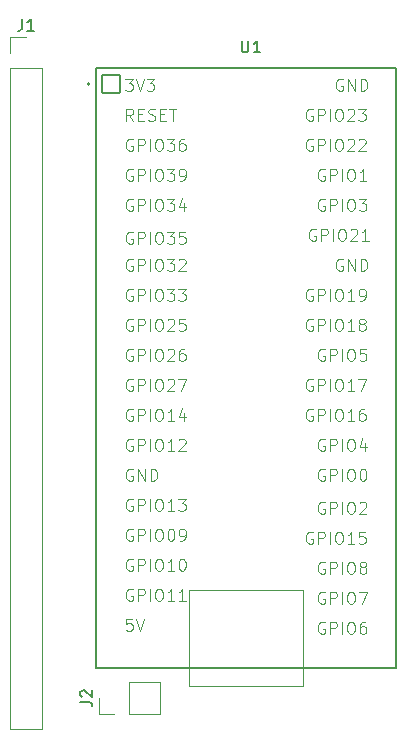
<source format=gto>
G04 #@! TF.GenerationSoftware,KiCad,Pcbnew,8.0.4*
G04 #@! TF.CreationDate,2024-08-02T20:22:04-07:00*
G04 #@! TF.ProjectId,CHESSmate CPU,43484553-536d-4617-9465-204350552e6b,rev?*
G04 #@! TF.SameCoordinates,Original*
G04 #@! TF.FileFunction,Legend,Top*
G04 #@! TF.FilePolarity,Positive*
%FSLAX46Y46*%
G04 Gerber Fmt 4.6, Leading zero omitted, Abs format (unit mm)*
G04 Created by KiCad (PCBNEW 8.0.4) date 2024-08-02 20:22:04*
%MOMM*%
%LPD*%
G01*
G04 APERTURE LIST*
G04 Aperture macros list*
%AMRoundRect*
0 Rectangle with rounded corners*
0 $1 Rounding radius*
0 $2 $3 $4 $5 $6 $7 $8 $9 X,Y pos of 4 corners*
0 Add a 4 corners polygon primitive as box body*
4,1,4,$2,$3,$4,$5,$6,$7,$8,$9,$2,$3,0*
0 Add four circle primitives for the rounded corners*
1,1,$1+$1,$2,$3*
1,1,$1+$1,$4,$5*
1,1,$1+$1,$6,$7*
1,1,$1+$1,$8,$9*
0 Add four rect primitives between the rounded corners*
20,1,$1+$1,$2,$3,$4,$5,0*
20,1,$1+$1,$4,$5,$6,$7,0*
20,1,$1+$1,$6,$7,$8,$9,0*
20,1,$1+$1,$8,$9,$2,$3,0*%
G04 Aperture macros list end*
%ADD10C,0.150000*%
%ADD11C,0.100000*%
%ADD12C,0.120000*%
%ADD13C,0.127000*%
%ADD14C,0.200000*%
%ADD15R,1.700000X1.700000*%
%ADD16O,1.700000X1.700000*%
%ADD17RoundRect,0.102000X-0.780000X-0.780000X0.780000X-0.780000X0.780000X0.780000X-0.780000X0.780000X0*%
%ADD18C,1.764000*%
G04 APERTURE END LIST*
D10*
X116349819Y-112333333D02*
X117064104Y-112333333D01*
X117064104Y-112333333D02*
X117206961Y-112380952D01*
X117206961Y-112380952D02*
X117302200Y-112476190D01*
X117302200Y-112476190D02*
X117349819Y-112619047D01*
X117349819Y-112619047D02*
X117349819Y-112714285D01*
X116445057Y-111904761D02*
X116397438Y-111857142D01*
X116397438Y-111857142D02*
X116349819Y-111761904D01*
X116349819Y-111761904D02*
X116349819Y-111523809D01*
X116349819Y-111523809D02*
X116397438Y-111428571D01*
X116397438Y-111428571D02*
X116445057Y-111380952D01*
X116445057Y-111380952D02*
X116540295Y-111333333D01*
X116540295Y-111333333D02*
X116635533Y-111333333D01*
X116635533Y-111333333D02*
X116778390Y-111380952D01*
X116778390Y-111380952D02*
X117349819Y-111952380D01*
X117349819Y-111952380D02*
X117349819Y-111333333D01*
X111416666Y-54494819D02*
X111416666Y-55209104D01*
X111416666Y-55209104D02*
X111369047Y-55351961D01*
X111369047Y-55351961D02*
X111273809Y-55447200D01*
X111273809Y-55447200D02*
X111130952Y-55494819D01*
X111130952Y-55494819D02*
X111035714Y-55494819D01*
X112416666Y-55494819D02*
X111845238Y-55494819D01*
X112130952Y-55494819D02*
X112130952Y-54494819D01*
X112130952Y-54494819D02*
X112035714Y-54637676D01*
X112035714Y-54637676D02*
X111940476Y-54732914D01*
X111940476Y-54732914D02*
X111845238Y-54780533D01*
X130005301Y-56339112D02*
X130005301Y-57148948D01*
X130005301Y-57148948D02*
X130052938Y-57244223D01*
X130052938Y-57244223D02*
X130100576Y-57291861D01*
X130100576Y-57291861D02*
X130195850Y-57339498D01*
X130195850Y-57339498D02*
X130386400Y-57339498D01*
X130386400Y-57339498D02*
X130481675Y-57291861D01*
X130481675Y-57291861D02*
X130529312Y-57244223D01*
X130529312Y-57244223D02*
X130576950Y-57148948D01*
X130576950Y-57148948D02*
X130576950Y-56339112D01*
X131577335Y-57339498D02*
X131005686Y-57339498D01*
X131291511Y-57339498D02*
X131291511Y-56339112D01*
X131291511Y-56339112D02*
X131196236Y-56482024D01*
X131196236Y-56482024D02*
X131100961Y-56577299D01*
X131100961Y-56577299D02*
X131005686Y-56624937D01*
D11*
X137027193Y-95438538D02*
X136931955Y-95390919D01*
X136931955Y-95390919D02*
X136789098Y-95390919D01*
X136789098Y-95390919D02*
X136646241Y-95438538D01*
X136646241Y-95438538D02*
X136551003Y-95533776D01*
X136551003Y-95533776D02*
X136503384Y-95629014D01*
X136503384Y-95629014D02*
X136455765Y-95819490D01*
X136455765Y-95819490D02*
X136455765Y-95962347D01*
X136455765Y-95962347D02*
X136503384Y-96152823D01*
X136503384Y-96152823D02*
X136551003Y-96248061D01*
X136551003Y-96248061D02*
X136646241Y-96343300D01*
X136646241Y-96343300D02*
X136789098Y-96390919D01*
X136789098Y-96390919D02*
X136884336Y-96390919D01*
X136884336Y-96390919D02*
X137027193Y-96343300D01*
X137027193Y-96343300D02*
X137074812Y-96295680D01*
X137074812Y-96295680D02*
X137074812Y-95962347D01*
X137074812Y-95962347D02*
X136884336Y-95962347D01*
X137503384Y-96390919D02*
X137503384Y-95390919D01*
X137503384Y-95390919D02*
X137884336Y-95390919D01*
X137884336Y-95390919D02*
X137979574Y-95438538D01*
X137979574Y-95438538D02*
X138027193Y-95486157D01*
X138027193Y-95486157D02*
X138074812Y-95581395D01*
X138074812Y-95581395D02*
X138074812Y-95724252D01*
X138074812Y-95724252D02*
X138027193Y-95819490D01*
X138027193Y-95819490D02*
X137979574Y-95867109D01*
X137979574Y-95867109D02*
X137884336Y-95914728D01*
X137884336Y-95914728D02*
X137503384Y-95914728D01*
X138503384Y-96390919D02*
X138503384Y-95390919D01*
X139170050Y-95390919D02*
X139360526Y-95390919D01*
X139360526Y-95390919D02*
X139455764Y-95438538D01*
X139455764Y-95438538D02*
X139551002Y-95533776D01*
X139551002Y-95533776D02*
X139598621Y-95724252D01*
X139598621Y-95724252D02*
X139598621Y-96057585D01*
X139598621Y-96057585D02*
X139551002Y-96248061D01*
X139551002Y-96248061D02*
X139455764Y-96343300D01*
X139455764Y-96343300D02*
X139360526Y-96390919D01*
X139360526Y-96390919D02*
X139170050Y-96390919D01*
X139170050Y-96390919D02*
X139074812Y-96343300D01*
X139074812Y-96343300D02*
X138979574Y-96248061D01*
X138979574Y-96248061D02*
X138931955Y-96057585D01*
X138931955Y-96057585D02*
X138931955Y-95724252D01*
X138931955Y-95724252D02*
X138979574Y-95533776D01*
X138979574Y-95533776D02*
X139074812Y-95438538D01*
X139074812Y-95438538D02*
X139170050Y-95390919D01*
X139979574Y-95486157D02*
X140027193Y-95438538D01*
X140027193Y-95438538D02*
X140122431Y-95390919D01*
X140122431Y-95390919D02*
X140360526Y-95390919D01*
X140360526Y-95390919D02*
X140455764Y-95438538D01*
X140455764Y-95438538D02*
X140503383Y-95486157D01*
X140503383Y-95486157D02*
X140551002Y-95581395D01*
X140551002Y-95581395D02*
X140551002Y-95676633D01*
X140551002Y-95676633D02*
X140503383Y-95819490D01*
X140503383Y-95819490D02*
X139931955Y-96390919D01*
X139931955Y-96390919D02*
X140551002Y-96390919D01*
X138551193Y-74864538D02*
X138455955Y-74816919D01*
X138455955Y-74816919D02*
X138313098Y-74816919D01*
X138313098Y-74816919D02*
X138170241Y-74864538D01*
X138170241Y-74864538D02*
X138075003Y-74959776D01*
X138075003Y-74959776D02*
X138027384Y-75055014D01*
X138027384Y-75055014D02*
X137979765Y-75245490D01*
X137979765Y-75245490D02*
X137979765Y-75388347D01*
X137979765Y-75388347D02*
X138027384Y-75578823D01*
X138027384Y-75578823D02*
X138075003Y-75674061D01*
X138075003Y-75674061D02*
X138170241Y-75769300D01*
X138170241Y-75769300D02*
X138313098Y-75816919D01*
X138313098Y-75816919D02*
X138408336Y-75816919D01*
X138408336Y-75816919D02*
X138551193Y-75769300D01*
X138551193Y-75769300D02*
X138598812Y-75721680D01*
X138598812Y-75721680D02*
X138598812Y-75388347D01*
X138598812Y-75388347D02*
X138408336Y-75388347D01*
X139027384Y-75816919D02*
X139027384Y-74816919D01*
X139027384Y-74816919D02*
X139598812Y-75816919D01*
X139598812Y-75816919D02*
X139598812Y-74816919D01*
X140075003Y-75816919D02*
X140075003Y-74816919D01*
X140075003Y-74816919D02*
X140313098Y-74816919D01*
X140313098Y-74816919D02*
X140455955Y-74864538D01*
X140455955Y-74864538D02*
X140551193Y-74959776D01*
X140551193Y-74959776D02*
X140598812Y-75055014D01*
X140598812Y-75055014D02*
X140646431Y-75245490D01*
X140646431Y-75245490D02*
X140646431Y-75388347D01*
X140646431Y-75388347D02*
X140598812Y-75578823D01*
X140598812Y-75578823D02*
X140551193Y-75674061D01*
X140551193Y-75674061D02*
X140455955Y-75769300D01*
X140455955Y-75769300D02*
X140313098Y-75816919D01*
X140313098Y-75816919D02*
X140075003Y-75816919D01*
X120771193Y-79944538D02*
X120675955Y-79896919D01*
X120675955Y-79896919D02*
X120533098Y-79896919D01*
X120533098Y-79896919D02*
X120390241Y-79944538D01*
X120390241Y-79944538D02*
X120295003Y-80039776D01*
X120295003Y-80039776D02*
X120247384Y-80135014D01*
X120247384Y-80135014D02*
X120199765Y-80325490D01*
X120199765Y-80325490D02*
X120199765Y-80468347D01*
X120199765Y-80468347D02*
X120247384Y-80658823D01*
X120247384Y-80658823D02*
X120295003Y-80754061D01*
X120295003Y-80754061D02*
X120390241Y-80849300D01*
X120390241Y-80849300D02*
X120533098Y-80896919D01*
X120533098Y-80896919D02*
X120628336Y-80896919D01*
X120628336Y-80896919D02*
X120771193Y-80849300D01*
X120771193Y-80849300D02*
X120818812Y-80801680D01*
X120818812Y-80801680D02*
X120818812Y-80468347D01*
X120818812Y-80468347D02*
X120628336Y-80468347D01*
X121247384Y-80896919D02*
X121247384Y-79896919D01*
X121247384Y-79896919D02*
X121628336Y-79896919D01*
X121628336Y-79896919D02*
X121723574Y-79944538D01*
X121723574Y-79944538D02*
X121771193Y-79992157D01*
X121771193Y-79992157D02*
X121818812Y-80087395D01*
X121818812Y-80087395D02*
X121818812Y-80230252D01*
X121818812Y-80230252D02*
X121771193Y-80325490D01*
X121771193Y-80325490D02*
X121723574Y-80373109D01*
X121723574Y-80373109D02*
X121628336Y-80420728D01*
X121628336Y-80420728D02*
X121247384Y-80420728D01*
X122247384Y-80896919D02*
X122247384Y-79896919D01*
X122914050Y-79896919D02*
X123104526Y-79896919D01*
X123104526Y-79896919D02*
X123199764Y-79944538D01*
X123199764Y-79944538D02*
X123295002Y-80039776D01*
X123295002Y-80039776D02*
X123342621Y-80230252D01*
X123342621Y-80230252D02*
X123342621Y-80563585D01*
X123342621Y-80563585D02*
X123295002Y-80754061D01*
X123295002Y-80754061D02*
X123199764Y-80849300D01*
X123199764Y-80849300D02*
X123104526Y-80896919D01*
X123104526Y-80896919D02*
X122914050Y-80896919D01*
X122914050Y-80896919D02*
X122818812Y-80849300D01*
X122818812Y-80849300D02*
X122723574Y-80754061D01*
X122723574Y-80754061D02*
X122675955Y-80563585D01*
X122675955Y-80563585D02*
X122675955Y-80230252D01*
X122675955Y-80230252D02*
X122723574Y-80039776D01*
X122723574Y-80039776D02*
X122818812Y-79944538D01*
X122818812Y-79944538D02*
X122914050Y-79896919D01*
X123723574Y-79992157D02*
X123771193Y-79944538D01*
X123771193Y-79944538D02*
X123866431Y-79896919D01*
X123866431Y-79896919D02*
X124104526Y-79896919D01*
X124104526Y-79896919D02*
X124199764Y-79944538D01*
X124199764Y-79944538D02*
X124247383Y-79992157D01*
X124247383Y-79992157D02*
X124295002Y-80087395D01*
X124295002Y-80087395D02*
X124295002Y-80182633D01*
X124295002Y-80182633D02*
X124247383Y-80325490D01*
X124247383Y-80325490D02*
X123675955Y-80896919D01*
X123675955Y-80896919D02*
X124295002Y-80896919D01*
X125199764Y-79896919D02*
X124723574Y-79896919D01*
X124723574Y-79896919D02*
X124675955Y-80373109D01*
X124675955Y-80373109D02*
X124723574Y-80325490D01*
X124723574Y-80325490D02*
X124818812Y-80277871D01*
X124818812Y-80277871D02*
X125056907Y-80277871D01*
X125056907Y-80277871D02*
X125152145Y-80325490D01*
X125152145Y-80325490D02*
X125199764Y-80373109D01*
X125199764Y-80373109D02*
X125247383Y-80468347D01*
X125247383Y-80468347D02*
X125247383Y-80706442D01*
X125247383Y-80706442D02*
X125199764Y-80801680D01*
X125199764Y-80801680D02*
X125152145Y-80849300D01*
X125152145Y-80849300D02*
X125056907Y-80896919D01*
X125056907Y-80896919D02*
X124818812Y-80896919D01*
X124818812Y-80896919D02*
X124723574Y-80849300D01*
X124723574Y-80849300D02*
X124675955Y-80801680D01*
X120771193Y-72578538D02*
X120675955Y-72530919D01*
X120675955Y-72530919D02*
X120533098Y-72530919D01*
X120533098Y-72530919D02*
X120390241Y-72578538D01*
X120390241Y-72578538D02*
X120295003Y-72673776D01*
X120295003Y-72673776D02*
X120247384Y-72769014D01*
X120247384Y-72769014D02*
X120199765Y-72959490D01*
X120199765Y-72959490D02*
X120199765Y-73102347D01*
X120199765Y-73102347D02*
X120247384Y-73292823D01*
X120247384Y-73292823D02*
X120295003Y-73388061D01*
X120295003Y-73388061D02*
X120390241Y-73483300D01*
X120390241Y-73483300D02*
X120533098Y-73530919D01*
X120533098Y-73530919D02*
X120628336Y-73530919D01*
X120628336Y-73530919D02*
X120771193Y-73483300D01*
X120771193Y-73483300D02*
X120818812Y-73435680D01*
X120818812Y-73435680D02*
X120818812Y-73102347D01*
X120818812Y-73102347D02*
X120628336Y-73102347D01*
X121247384Y-73530919D02*
X121247384Y-72530919D01*
X121247384Y-72530919D02*
X121628336Y-72530919D01*
X121628336Y-72530919D02*
X121723574Y-72578538D01*
X121723574Y-72578538D02*
X121771193Y-72626157D01*
X121771193Y-72626157D02*
X121818812Y-72721395D01*
X121818812Y-72721395D02*
X121818812Y-72864252D01*
X121818812Y-72864252D02*
X121771193Y-72959490D01*
X121771193Y-72959490D02*
X121723574Y-73007109D01*
X121723574Y-73007109D02*
X121628336Y-73054728D01*
X121628336Y-73054728D02*
X121247384Y-73054728D01*
X122247384Y-73530919D02*
X122247384Y-72530919D01*
X122914050Y-72530919D02*
X123104526Y-72530919D01*
X123104526Y-72530919D02*
X123199764Y-72578538D01*
X123199764Y-72578538D02*
X123295002Y-72673776D01*
X123295002Y-72673776D02*
X123342621Y-72864252D01*
X123342621Y-72864252D02*
X123342621Y-73197585D01*
X123342621Y-73197585D02*
X123295002Y-73388061D01*
X123295002Y-73388061D02*
X123199764Y-73483300D01*
X123199764Y-73483300D02*
X123104526Y-73530919D01*
X123104526Y-73530919D02*
X122914050Y-73530919D01*
X122914050Y-73530919D02*
X122818812Y-73483300D01*
X122818812Y-73483300D02*
X122723574Y-73388061D01*
X122723574Y-73388061D02*
X122675955Y-73197585D01*
X122675955Y-73197585D02*
X122675955Y-72864252D01*
X122675955Y-72864252D02*
X122723574Y-72673776D01*
X122723574Y-72673776D02*
X122818812Y-72578538D01*
X122818812Y-72578538D02*
X122914050Y-72530919D01*
X123675955Y-72530919D02*
X124295002Y-72530919D01*
X124295002Y-72530919D02*
X123961669Y-72911871D01*
X123961669Y-72911871D02*
X124104526Y-72911871D01*
X124104526Y-72911871D02*
X124199764Y-72959490D01*
X124199764Y-72959490D02*
X124247383Y-73007109D01*
X124247383Y-73007109D02*
X124295002Y-73102347D01*
X124295002Y-73102347D02*
X124295002Y-73340442D01*
X124295002Y-73340442D02*
X124247383Y-73435680D01*
X124247383Y-73435680D02*
X124199764Y-73483300D01*
X124199764Y-73483300D02*
X124104526Y-73530919D01*
X124104526Y-73530919D02*
X123818812Y-73530919D01*
X123818812Y-73530919D02*
X123723574Y-73483300D01*
X123723574Y-73483300D02*
X123675955Y-73435680D01*
X125199764Y-72530919D02*
X124723574Y-72530919D01*
X124723574Y-72530919D02*
X124675955Y-73007109D01*
X124675955Y-73007109D02*
X124723574Y-72959490D01*
X124723574Y-72959490D02*
X124818812Y-72911871D01*
X124818812Y-72911871D02*
X125056907Y-72911871D01*
X125056907Y-72911871D02*
X125152145Y-72959490D01*
X125152145Y-72959490D02*
X125199764Y-73007109D01*
X125199764Y-73007109D02*
X125247383Y-73102347D01*
X125247383Y-73102347D02*
X125247383Y-73340442D01*
X125247383Y-73340442D02*
X125199764Y-73435680D01*
X125199764Y-73435680D02*
X125152145Y-73483300D01*
X125152145Y-73483300D02*
X125056907Y-73530919D01*
X125056907Y-73530919D02*
X124818812Y-73530919D01*
X124818812Y-73530919D02*
X124723574Y-73483300D01*
X124723574Y-73483300D02*
X124675955Y-73435680D01*
X120771193Y-67244538D02*
X120675955Y-67196919D01*
X120675955Y-67196919D02*
X120533098Y-67196919D01*
X120533098Y-67196919D02*
X120390241Y-67244538D01*
X120390241Y-67244538D02*
X120295003Y-67339776D01*
X120295003Y-67339776D02*
X120247384Y-67435014D01*
X120247384Y-67435014D02*
X120199765Y-67625490D01*
X120199765Y-67625490D02*
X120199765Y-67768347D01*
X120199765Y-67768347D02*
X120247384Y-67958823D01*
X120247384Y-67958823D02*
X120295003Y-68054061D01*
X120295003Y-68054061D02*
X120390241Y-68149300D01*
X120390241Y-68149300D02*
X120533098Y-68196919D01*
X120533098Y-68196919D02*
X120628336Y-68196919D01*
X120628336Y-68196919D02*
X120771193Y-68149300D01*
X120771193Y-68149300D02*
X120818812Y-68101680D01*
X120818812Y-68101680D02*
X120818812Y-67768347D01*
X120818812Y-67768347D02*
X120628336Y-67768347D01*
X121247384Y-68196919D02*
X121247384Y-67196919D01*
X121247384Y-67196919D02*
X121628336Y-67196919D01*
X121628336Y-67196919D02*
X121723574Y-67244538D01*
X121723574Y-67244538D02*
X121771193Y-67292157D01*
X121771193Y-67292157D02*
X121818812Y-67387395D01*
X121818812Y-67387395D02*
X121818812Y-67530252D01*
X121818812Y-67530252D02*
X121771193Y-67625490D01*
X121771193Y-67625490D02*
X121723574Y-67673109D01*
X121723574Y-67673109D02*
X121628336Y-67720728D01*
X121628336Y-67720728D02*
X121247384Y-67720728D01*
X122247384Y-68196919D02*
X122247384Y-67196919D01*
X122914050Y-67196919D02*
X123104526Y-67196919D01*
X123104526Y-67196919D02*
X123199764Y-67244538D01*
X123199764Y-67244538D02*
X123295002Y-67339776D01*
X123295002Y-67339776D02*
X123342621Y-67530252D01*
X123342621Y-67530252D02*
X123342621Y-67863585D01*
X123342621Y-67863585D02*
X123295002Y-68054061D01*
X123295002Y-68054061D02*
X123199764Y-68149300D01*
X123199764Y-68149300D02*
X123104526Y-68196919D01*
X123104526Y-68196919D02*
X122914050Y-68196919D01*
X122914050Y-68196919D02*
X122818812Y-68149300D01*
X122818812Y-68149300D02*
X122723574Y-68054061D01*
X122723574Y-68054061D02*
X122675955Y-67863585D01*
X122675955Y-67863585D02*
X122675955Y-67530252D01*
X122675955Y-67530252D02*
X122723574Y-67339776D01*
X122723574Y-67339776D02*
X122818812Y-67244538D01*
X122818812Y-67244538D02*
X122914050Y-67196919D01*
X123675955Y-67196919D02*
X124295002Y-67196919D01*
X124295002Y-67196919D02*
X123961669Y-67577871D01*
X123961669Y-67577871D02*
X124104526Y-67577871D01*
X124104526Y-67577871D02*
X124199764Y-67625490D01*
X124199764Y-67625490D02*
X124247383Y-67673109D01*
X124247383Y-67673109D02*
X124295002Y-67768347D01*
X124295002Y-67768347D02*
X124295002Y-68006442D01*
X124295002Y-68006442D02*
X124247383Y-68101680D01*
X124247383Y-68101680D02*
X124199764Y-68149300D01*
X124199764Y-68149300D02*
X124104526Y-68196919D01*
X124104526Y-68196919D02*
X123818812Y-68196919D01*
X123818812Y-68196919D02*
X123723574Y-68149300D01*
X123723574Y-68149300D02*
X123675955Y-68101680D01*
X124771193Y-68196919D02*
X124961669Y-68196919D01*
X124961669Y-68196919D02*
X125056907Y-68149300D01*
X125056907Y-68149300D02*
X125104526Y-68101680D01*
X125104526Y-68101680D02*
X125199764Y-67958823D01*
X125199764Y-67958823D02*
X125247383Y-67768347D01*
X125247383Y-67768347D02*
X125247383Y-67387395D01*
X125247383Y-67387395D02*
X125199764Y-67292157D01*
X125199764Y-67292157D02*
X125152145Y-67244538D01*
X125152145Y-67244538D02*
X125056907Y-67196919D01*
X125056907Y-67196919D02*
X124866431Y-67196919D01*
X124866431Y-67196919D02*
X124771193Y-67244538D01*
X124771193Y-67244538D02*
X124723574Y-67292157D01*
X124723574Y-67292157D02*
X124675955Y-67387395D01*
X124675955Y-67387395D02*
X124675955Y-67625490D01*
X124675955Y-67625490D02*
X124723574Y-67720728D01*
X124723574Y-67720728D02*
X124771193Y-67768347D01*
X124771193Y-67768347D02*
X124866431Y-67815966D01*
X124866431Y-67815966D02*
X125056907Y-67815966D01*
X125056907Y-67815966D02*
X125152145Y-67768347D01*
X125152145Y-67768347D02*
X125199764Y-67720728D01*
X125199764Y-67720728D02*
X125247383Y-67625490D01*
X120771193Y-97724538D02*
X120675955Y-97676919D01*
X120675955Y-97676919D02*
X120533098Y-97676919D01*
X120533098Y-97676919D02*
X120390241Y-97724538D01*
X120390241Y-97724538D02*
X120295003Y-97819776D01*
X120295003Y-97819776D02*
X120247384Y-97915014D01*
X120247384Y-97915014D02*
X120199765Y-98105490D01*
X120199765Y-98105490D02*
X120199765Y-98248347D01*
X120199765Y-98248347D02*
X120247384Y-98438823D01*
X120247384Y-98438823D02*
X120295003Y-98534061D01*
X120295003Y-98534061D02*
X120390241Y-98629300D01*
X120390241Y-98629300D02*
X120533098Y-98676919D01*
X120533098Y-98676919D02*
X120628336Y-98676919D01*
X120628336Y-98676919D02*
X120771193Y-98629300D01*
X120771193Y-98629300D02*
X120818812Y-98581680D01*
X120818812Y-98581680D02*
X120818812Y-98248347D01*
X120818812Y-98248347D02*
X120628336Y-98248347D01*
X121247384Y-98676919D02*
X121247384Y-97676919D01*
X121247384Y-97676919D02*
X121628336Y-97676919D01*
X121628336Y-97676919D02*
X121723574Y-97724538D01*
X121723574Y-97724538D02*
X121771193Y-97772157D01*
X121771193Y-97772157D02*
X121818812Y-97867395D01*
X121818812Y-97867395D02*
X121818812Y-98010252D01*
X121818812Y-98010252D02*
X121771193Y-98105490D01*
X121771193Y-98105490D02*
X121723574Y-98153109D01*
X121723574Y-98153109D02*
X121628336Y-98200728D01*
X121628336Y-98200728D02*
X121247384Y-98200728D01*
X122247384Y-98676919D02*
X122247384Y-97676919D01*
X122914050Y-97676919D02*
X123104526Y-97676919D01*
X123104526Y-97676919D02*
X123199764Y-97724538D01*
X123199764Y-97724538D02*
X123295002Y-97819776D01*
X123295002Y-97819776D02*
X123342621Y-98010252D01*
X123342621Y-98010252D02*
X123342621Y-98343585D01*
X123342621Y-98343585D02*
X123295002Y-98534061D01*
X123295002Y-98534061D02*
X123199764Y-98629300D01*
X123199764Y-98629300D02*
X123104526Y-98676919D01*
X123104526Y-98676919D02*
X122914050Y-98676919D01*
X122914050Y-98676919D02*
X122818812Y-98629300D01*
X122818812Y-98629300D02*
X122723574Y-98534061D01*
X122723574Y-98534061D02*
X122675955Y-98343585D01*
X122675955Y-98343585D02*
X122675955Y-98010252D01*
X122675955Y-98010252D02*
X122723574Y-97819776D01*
X122723574Y-97819776D02*
X122818812Y-97724538D01*
X122818812Y-97724538D02*
X122914050Y-97676919D01*
X123961669Y-97676919D02*
X124056907Y-97676919D01*
X124056907Y-97676919D02*
X124152145Y-97724538D01*
X124152145Y-97724538D02*
X124199764Y-97772157D01*
X124199764Y-97772157D02*
X124247383Y-97867395D01*
X124247383Y-97867395D02*
X124295002Y-98057871D01*
X124295002Y-98057871D02*
X124295002Y-98295966D01*
X124295002Y-98295966D02*
X124247383Y-98486442D01*
X124247383Y-98486442D02*
X124199764Y-98581680D01*
X124199764Y-98581680D02*
X124152145Y-98629300D01*
X124152145Y-98629300D02*
X124056907Y-98676919D01*
X124056907Y-98676919D02*
X123961669Y-98676919D01*
X123961669Y-98676919D02*
X123866431Y-98629300D01*
X123866431Y-98629300D02*
X123818812Y-98581680D01*
X123818812Y-98581680D02*
X123771193Y-98486442D01*
X123771193Y-98486442D02*
X123723574Y-98295966D01*
X123723574Y-98295966D02*
X123723574Y-98057871D01*
X123723574Y-98057871D02*
X123771193Y-97867395D01*
X123771193Y-97867395D02*
X123818812Y-97772157D01*
X123818812Y-97772157D02*
X123866431Y-97724538D01*
X123866431Y-97724538D02*
X123961669Y-97676919D01*
X124771193Y-98676919D02*
X124961669Y-98676919D01*
X124961669Y-98676919D02*
X125056907Y-98629300D01*
X125056907Y-98629300D02*
X125104526Y-98581680D01*
X125104526Y-98581680D02*
X125199764Y-98438823D01*
X125199764Y-98438823D02*
X125247383Y-98248347D01*
X125247383Y-98248347D02*
X125247383Y-97867395D01*
X125247383Y-97867395D02*
X125199764Y-97772157D01*
X125199764Y-97772157D02*
X125152145Y-97724538D01*
X125152145Y-97724538D02*
X125056907Y-97676919D01*
X125056907Y-97676919D02*
X124866431Y-97676919D01*
X124866431Y-97676919D02*
X124771193Y-97724538D01*
X124771193Y-97724538D02*
X124723574Y-97772157D01*
X124723574Y-97772157D02*
X124675955Y-97867395D01*
X124675955Y-97867395D02*
X124675955Y-98105490D01*
X124675955Y-98105490D02*
X124723574Y-98200728D01*
X124723574Y-98200728D02*
X124771193Y-98248347D01*
X124771193Y-98248347D02*
X124866431Y-98295966D01*
X124866431Y-98295966D02*
X125056907Y-98295966D01*
X125056907Y-98295966D02*
X125152145Y-98248347D01*
X125152145Y-98248347D02*
X125199764Y-98200728D01*
X125199764Y-98200728D02*
X125247383Y-98105490D01*
X120771193Y-82484538D02*
X120675955Y-82436919D01*
X120675955Y-82436919D02*
X120533098Y-82436919D01*
X120533098Y-82436919D02*
X120390241Y-82484538D01*
X120390241Y-82484538D02*
X120295003Y-82579776D01*
X120295003Y-82579776D02*
X120247384Y-82675014D01*
X120247384Y-82675014D02*
X120199765Y-82865490D01*
X120199765Y-82865490D02*
X120199765Y-83008347D01*
X120199765Y-83008347D02*
X120247384Y-83198823D01*
X120247384Y-83198823D02*
X120295003Y-83294061D01*
X120295003Y-83294061D02*
X120390241Y-83389300D01*
X120390241Y-83389300D02*
X120533098Y-83436919D01*
X120533098Y-83436919D02*
X120628336Y-83436919D01*
X120628336Y-83436919D02*
X120771193Y-83389300D01*
X120771193Y-83389300D02*
X120818812Y-83341680D01*
X120818812Y-83341680D02*
X120818812Y-83008347D01*
X120818812Y-83008347D02*
X120628336Y-83008347D01*
X121247384Y-83436919D02*
X121247384Y-82436919D01*
X121247384Y-82436919D02*
X121628336Y-82436919D01*
X121628336Y-82436919D02*
X121723574Y-82484538D01*
X121723574Y-82484538D02*
X121771193Y-82532157D01*
X121771193Y-82532157D02*
X121818812Y-82627395D01*
X121818812Y-82627395D02*
X121818812Y-82770252D01*
X121818812Y-82770252D02*
X121771193Y-82865490D01*
X121771193Y-82865490D02*
X121723574Y-82913109D01*
X121723574Y-82913109D02*
X121628336Y-82960728D01*
X121628336Y-82960728D02*
X121247384Y-82960728D01*
X122247384Y-83436919D02*
X122247384Y-82436919D01*
X122914050Y-82436919D02*
X123104526Y-82436919D01*
X123104526Y-82436919D02*
X123199764Y-82484538D01*
X123199764Y-82484538D02*
X123295002Y-82579776D01*
X123295002Y-82579776D02*
X123342621Y-82770252D01*
X123342621Y-82770252D02*
X123342621Y-83103585D01*
X123342621Y-83103585D02*
X123295002Y-83294061D01*
X123295002Y-83294061D02*
X123199764Y-83389300D01*
X123199764Y-83389300D02*
X123104526Y-83436919D01*
X123104526Y-83436919D02*
X122914050Y-83436919D01*
X122914050Y-83436919D02*
X122818812Y-83389300D01*
X122818812Y-83389300D02*
X122723574Y-83294061D01*
X122723574Y-83294061D02*
X122675955Y-83103585D01*
X122675955Y-83103585D02*
X122675955Y-82770252D01*
X122675955Y-82770252D02*
X122723574Y-82579776D01*
X122723574Y-82579776D02*
X122818812Y-82484538D01*
X122818812Y-82484538D02*
X122914050Y-82436919D01*
X123723574Y-82532157D02*
X123771193Y-82484538D01*
X123771193Y-82484538D02*
X123866431Y-82436919D01*
X123866431Y-82436919D02*
X124104526Y-82436919D01*
X124104526Y-82436919D02*
X124199764Y-82484538D01*
X124199764Y-82484538D02*
X124247383Y-82532157D01*
X124247383Y-82532157D02*
X124295002Y-82627395D01*
X124295002Y-82627395D02*
X124295002Y-82722633D01*
X124295002Y-82722633D02*
X124247383Y-82865490D01*
X124247383Y-82865490D02*
X123675955Y-83436919D01*
X123675955Y-83436919D02*
X124295002Y-83436919D01*
X125152145Y-82436919D02*
X124961669Y-82436919D01*
X124961669Y-82436919D02*
X124866431Y-82484538D01*
X124866431Y-82484538D02*
X124818812Y-82532157D01*
X124818812Y-82532157D02*
X124723574Y-82675014D01*
X124723574Y-82675014D02*
X124675955Y-82865490D01*
X124675955Y-82865490D02*
X124675955Y-83246442D01*
X124675955Y-83246442D02*
X124723574Y-83341680D01*
X124723574Y-83341680D02*
X124771193Y-83389300D01*
X124771193Y-83389300D02*
X124866431Y-83436919D01*
X124866431Y-83436919D02*
X125056907Y-83436919D01*
X125056907Y-83436919D02*
X125152145Y-83389300D01*
X125152145Y-83389300D02*
X125199764Y-83341680D01*
X125199764Y-83341680D02*
X125247383Y-83246442D01*
X125247383Y-83246442D02*
X125247383Y-83008347D01*
X125247383Y-83008347D02*
X125199764Y-82913109D01*
X125199764Y-82913109D02*
X125152145Y-82865490D01*
X125152145Y-82865490D02*
X125056907Y-82817871D01*
X125056907Y-82817871D02*
X124866431Y-82817871D01*
X124866431Y-82817871D02*
X124771193Y-82865490D01*
X124771193Y-82865490D02*
X124723574Y-82913109D01*
X124723574Y-82913109D02*
X124675955Y-83008347D01*
X120771193Y-90104538D02*
X120675955Y-90056919D01*
X120675955Y-90056919D02*
X120533098Y-90056919D01*
X120533098Y-90056919D02*
X120390241Y-90104538D01*
X120390241Y-90104538D02*
X120295003Y-90199776D01*
X120295003Y-90199776D02*
X120247384Y-90295014D01*
X120247384Y-90295014D02*
X120199765Y-90485490D01*
X120199765Y-90485490D02*
X120199765Y-90628347D01*
X120199765Y-90628347D02*
X120247384Y-90818823D01*
X120247384Y-90818823D02*
X120295003Y-90914061D01*
X120295003Y-90914061D02*
X120390241Y-91009300D01*
X120390241Y-91009300D02*
X120533098Y-91056919D01*
X120533098Y-91056919D02*
X120628336Y-91056919D01*
X120628336Y-91056919D02*
X120771193Y-91009300D01*
X120771193Y-91009300D02*
X120818812Y-90961680D01*
X120818812Y-90961680D02*
X120818812Y-90628347D01*
X120818812Y-90628347D02*
X120628336Y-90628347D01*
X121247384Y-91056919D02*
X121247384Y-90056919D01*
X121247384Y-90056919D02*
X121628336Y-90056919D01*
X121628336Y-90056919D02*
X121723574Y-90104538D01*
X121723574Y-90104538D02*
X121771193Y-90152157D01*
X121771193Y-90152157D02*
X121818812Y-90247395D01*
X121818812Y-90247395D02*
X121818812Y-90390252D01*
X121818812Y-90390252D02*
X121771193Y-90485490D01*
X121771193Y-90485490D02*
X121723574Y-90533109D01*
X121723574Y-90533109D02*
X121628336Y-90580728D01*
X121628336Y-90580728D02*
X121247384Y-90580728D01*
X122247384Y-91056919D02*
X122247384Y-90056919D01*
X122914050Y-90056919D02*
X123104526Y-90056919D01*
X123104526Y-90056919D02*
X123199764Y-90104538D01*
X123199764Y-90104538D02*
X123295002Y-90199776D01*
X123295002Y-90199776D02*
X123342621Y-90390252D01*
X123342621Y-90390252D02*
X123342621Y-90723585D01*
X123342621Y-90723585D02*
X123295002Y-90914061D01*
X123295002Y-90914061D02*
X123199764Y-91009300D01*
X123199764Y-91009300D02*
X123104526Y-91056919D01*
X123104526Y-91056919D02*
X122914050Y-91056919D01*
X122914050Y-91056919D02*
X122818812Y-91009300D01*
X122818812Y-91009300D02*
X122723574Y-90914061D01*
X122723574Y-90914061D02*
X122675955Y-90723585D01*
X122675955Y-90723585D02*
X122675955Y-90390252D01*
X122675955Y-90390252D02*
X122723574Y-90199776D01*
X122723574Y-90199776D02*
X122818812Y-90104538D01*
X122818812Y-90104538D02*
X122914050Y-90056919D01*
X124295002Y-91056919D02*
X123723574Y-91056919D01*
X124009288Y-91056919D02*
X124009288Y-90056919D01*
X124009288Y-90056919D02*
X123914050Y-90199776D01*
X123914050Y-90199776D02*
X123818812Y-90295014D01*
X123818812Y-90295014D02*
X123723574Y-90342633D01*
X124675955Y-90152157D02*
X124723574Y-90104538D01*
X124723574Y-90104538D02*
X124818812Y-90056919D01*
X124818812Y-90056919D02*
X125056907Y-90056919D01*
X125056907Y-90056919D02*
X125152145Y-90104538D01*
X125152145Y-90104538D02*
X125199764Y-90152157D01*
X125199764Y-90152157D02*
X125247383Y-90247395D01*
X125247383Y-90247395D02*
X125247383Y-90342633D01*
X125247383Y-90342633D02*
X125199764Y-90485490D01*
X125199764Y-90485490D02*
X124628336Y-91056919D01*
X124628336Y-91056919D02*
X125247383Y-91056919D01*
X120771193Y-92644538D02*
X120675955Y-92596919D01*
X120675955Y-92596919D02*
X120533098Y-92596919D01*
X120533098Y-92596919D02*
X120390241Y-92644538D01*
X120390241Y-92644538D02*
X120295003Y-92739776D01*
X120295003Y-92739776D02*
X120247384Y-92835014D01*
X120247384Y-92835014D02*
X120199765Y-93025490D01*
X120199765Y-93025490D02*
X120199765Y-93168347D01*
X120199765Y-93168347D02*
X120247384Y-93358823D01*
X120247384Y-93358823D02*
X120295003Y-93454061D01*
X120295003Y-93454061D02*
X120390241Y-93549300D01*
X120390241Y-93549300D02*
X120533098Y-93596919D01*
X120533098Y-93596919D02*
X120628336Y-93596919D01*
X120628336Y-93596919D02*
X120771193Y-93549300D01*
X120771193Y-93549300D02*
X120818812Y-93501680D01*
X120818812Y-93501680D02*
X120818812Y-93168347D01*
X120818812Y-93168347D02*
X120628336Y-93168347D01*
X121247384Y-93596919D02*
X121247384Y-92596919D01*
X121247384Y-92596919D02*
X121818812Y-93596919D01*
X121818812Y-93596919D02*
X121818812Y-92596919D01*
X122295003Y-93596919D02*
X122295003Y-92596919D01*
X122295003Y-92596919D02*
X122533098Y-92596919D01*
X122533098Y-92596919D02*
X122675955Y-92644538D01*
X122675955Y-92644538D02*
X122771193Y-92739776D01*
X122771193Y-92739776D02*
X122818812Y-92835014D01*
X122818812Y-92835014D02*
X122866431Y-93025490D01*
X122866431Y-93025490D02*
X122866431Y-93168347D01*
X122866431Y-93168347D02*
X122818812Y-93358823D01*
X122818812Y-93358823D02*
X122771193Y-93454061D01*
X122771193Y-93454061D02*
X122675955Y-93549300D01*
X122675955Y-93549300D02*
X122533098Y-93596919D01*
X122533098Y-93596919D02*
X122295003Y-93596919D01*
X120771193Y-100264538D02*
X120675955Y-100216919D01*
X120675955Y-100216919D02*
X120533098Y-100216919D01*
X120533098Y-100216919D02*
X120390241Y-100264538D01*
X120390241Y-100264538D02*
X120295003Y-100359776D01*
X120295003Y-100359776D02*
X120247384Y-100455014D01*
X120247384Y-100455014D02*
X120199765Y-100645490D01*
X120199765Y-100645490D02*
X120199765Y-100788347D01*
X120199765Y-100788347D02*
X120247384Y-100978823D01*
X120247384Y-100978823D02*
X120295003Y-101074061D01*
X120295003Y-101074061D02*
X120390241Y-101169300D01*
X120390241Y-101169300D02*
X120533098Y-101216919D01*
X120533098Y-101216919D02*
X120628336Y-101216919D01*
X120628336Y-101216919D02*
X120771193Y-101169300D01*
X120771193Y-101169300D02*
X120818812Y-101121680D01*
X120818812Y-101121680D02*
X120818812Y-100788347D01*
X120818812Y-100788347D02*
X120628336Y-100788347D01*
X121247384Y-101216919D02*
X121247384Y-100216919D01*
X121247384Y-100216919D02*
X121628336Y-100216919D01*
X121628336Y-100216919D02*
X121723574Y-100264538D01*
X121723574Y-100264538D02*
X121771193Y-100312157D01*
X121771193Y-100312157D02*
X121818812Y-100407395D01*
X121818812Y-100407395D02*
X121818812Y-100550252D01*
X121818812Y-100550252D02*
X121771193Y-100645490D01*
X121771193Y-100645490D02*
X121723574Y-100693109D01*
X121723574Y-100693109D02*
X121628336Y-100740728D01*
X121628336Y-100740728D02*
X121247384Y-100740728D01*
X122247384Y-101216919D02*
X122247384Y-100216919D01*
X122914050Y-100216919D02*
X123104526Y-100216919D01*
X123104526Y-100216919D02*
X123199764Y-100264538D01*
X123199764Y-100264538D02*
X123295002Y-100359776D01*
X123295002Y-100359776D02*
X123342621Y-100550252D01*
X123342621Y-100550252D02*
X123342621Y-100883585D01*
X123342621Y-100883585D02*
X123295002Y-101074061D01*
X123295002Y-101074061D02*
X123199764Y-101169300D01*
X123199764Y-101169300D02*
X123104526Y-101216919D01*
X123104526Y-101216919D02*
X122914050Y-101216919D01*
X122914050Y-101216919D02*
X122818812Y-101169300D01*
X122818812Y-101169300D02*
X122723574Y-101074061D01*
X122723574Y-101074061D02*
X122675955Y-100883585D01*
X122675955Y-100883585D02*
X122675955Y-100550252D01*
X122675955Y-100550252D02*
X122723574Y-100359776D01*
X122723574Y-100359776D02*
X122818812Y-100264538D01*
X122818812Y-100264538D02*
X122914050Y-100216919D01*
X124295002Y-101216919D02*
X123723574Y-101216919D01*
X124009288Y-101216919D02*
X124009288Y-100216919D01*
X124009288Y-100216919D02*
X123914050Y-100359776D01*
X123914050Y-100359776D02*
X123818812Y-100455014D01*
X123818812Y-100455014D02*
X123723574Y-100502633D01*
X124914050Y-100216919D02*
X125009288Y-100216919D01*
X125009288Y-100216919D02*
X125104526Y-100264538D01*
X125104526Y-100264538D02*
X125152145Y-100312157D01*
X125152145Y-100312157D02*
X125199764Y-100407395D01*
X125199764Y-100407395D02*
X125247383Y-100597871D01*
X125247383Y-100597871D02*
X125247383Y-100835966D01*
X125247383Y-100835966D02*
X125199764Y-101026442D01*
X125199764Y-101026442D02*
X125152145Y-101121680D01*
X125152145Y-101121680D02*
X125104526Y-101169300D01*
X125104526Y-101169300D02*
X125009288Y-101216919D01*
X125009288Y-101216919D02*
X124914050Y-101216919D01*
X124914050Y-101216919D02*
X124818812Y-101169300D01*
X124818812Y-101169300D02*
X124771193Y-101121680D01*
X124771193Y-101121680D02*
X124723574Y-101026442D01*
X124723574Y-101026442D02*
X124675955Y-100835966D01*
X124675955Y-100835966D02*
X124675955Y-100597871D01*
X124675955Y-100597871D02*
X124723574Y-100407395D01*
X124723574Y-100407395D02*
X124771193Y-100312157D01*
X124771193Y-100312157D02*
X124818812Y-100264538D01*
X124818812Y-100264538D02*
X124914050Y-100216919D01*
X136011193Y-64704538D02*
X135915955Y-64656919D01*
X135915955Y-64656919D02*
X135773098Y-64656919D01*
X135773098Y-64656919D02*
X135630241Y-64704538D01*
X135630241Y-64704538D02*
X135535003Y-64799776D01*
X135535003Y-64799776D02*
X135487384Y-64895014D01*
X135487384Y-64895014D02*
X135439765Y-65085490D01*
X135439765Y-65085490D02*
X135439765Y-65228347D01*
X135439765Y-65228347D02*
X135487384Y-65418823D01*
X135487384Y-65418823D02*
X135535003Y-65514061D01*
X135535003Y-65514061D02*
X135630241Y-65609300D01*
X135630241Y-65609300D02*
X135773098Y-65656919D01*
X135773098Y-65656919D02*
X135868336Y-65656919D01*
X135868336Y-65656919D02*
X136011193Y-65609300D01*
X136011193Y-65609300D02*
X136058812Y-65561680D01*
X136058812Y-65561680D02*
X136058812Y-65228347D01*
X136058812Y-65228347D02*
X135868336Y-65228347D01*
X136487384Y-65656919D02*
X136487384Y-64656919D01*
X136487384Y-64656919D02*
X136868336Y-64656919D01*
X136868336Y-64656919D02*
X136963574Y-64704538D01*
X136963574Y-64704538D02*
X137011193Y-64752157D01*
X137011193Y-64752157D02*
X137058812Y-64847395D01*
X137058812Y-64847395D02*
X137058812Y-64990252D01*
X137058812Y-64990252D02*
X137011193Y-65085490D01*
X137011193Y-65085490D02*
X136963574Y-65133109D01*
X136963574Y-65133109D02*
X136868336Y-65180728D01*
X136868336Y-65180728D02*
X136487384Y-65180728D01*
X137487384Y-65656919D02*
X137487384Y-64656919D01*
X138154050Y-64656919D02*
X138344526Y-64656919D01*
X138344526Y-64656919D02*
X138439764Y-64704538D01*
X138439764Y-64704538D02*
X138535002Y-64799776D01*
X138535002Y-64799776D02*
X138582621Y-64990252D01*
X138582621Y-64990252D02*
X138582621Y-65323585D01*
X138582621Y-65323585D02*
X138535002Y-65514061D01*
X138535002Y-65514061D02*
X138439764Y-65609300D01*
X138439764Y-65609300D02*
X138344526Y-65656919D01*
X138344526Y-65656919D02*
X138154050Y-65656919D01*
X138154050Y-65656919D02*
X138058812Y-65609300D01*
X138058812Y-65609300D02*
X137963574Y-65514061D01*
X137963574Y-65514061D02*
X137915955Y-65323585D01*
X137915955Y-65323585D02*
X137915955Y-64990252D01*
X137915955Y-64990252D02*
X137963574Y-64799776D01*
X137963574Y-64799776D02*
X138058812Y-64704538D01*
X138058812Y-64704538D02*
X138154050Y-64656919D01*
X138963574Y-64752157D02*
X139011193Y-64704538D01*
X139011193Y-64704538D02*
X139106431Y-64656919D01*
X139106431Y-64656919D02*
X139344526Y-64656919D01*
X139344526Y-64656919D02*
X139439764Y-64704538D01*
X139439764Y-64704538D02*
X139487383Y-64752157D01*
X139487383Y-64752157D02*
X139535002Y-64847395D01*
X139535002Y-64847395D02*
X139535002Y-64942633D01*
X139535002Y-64942633D02*
X139487383Y-65085490D01*
X139487383Y-65085490D02*
X138915955Y-65656919D01*
X138915955Y-65656919D02*
X139535002Y-65656919D01*
X139915955Y-64752157D02*
X139963574Y-64704538D01*
X139963574Y-64704538D02*
X140058812Y-64656919D01*
X140058812Y-64656919D02*
X140296907Y-64656919D01*
X140296907Y-64656919D02*
X140392145Y-64704538D01*
X140392145Y-64704538D02*
X140439764Y-64752157D01*
X140439764Y-64752157D02*
X140487383Y-64847395D01*
X140487383Y-64847395D02*
X140487383Y-64942633D01*
X140487383Y-64942633D02*
X140439764Y-65085490D01*
X140439764Y-65085490D02*
X139868336Y-65656919D01*
X139868336Y-65656919D02*
X140487383Y-65656919D01*
X137027193Y-90104538D02*
X136931955Y-90056919D01*
X136931955Y-90056919D02*
X136789098Y-90056919D01*
X136789098Y-90056919D02*
X136646241Y-90104538D01*
X136646241Y-90104538D02*
X136551003Y-90199776D01*
X136551003Y-90199776D02*
X136503384Y-90295014D01*
X136503384Y-90295014D02*
X136455765Y-90485490D01*
X136455765Y-90485490D02*
X136455765Y-90628347D01*
X136455765Y-90628347D02*
X136503384Y-90818823D01*
X136503384Y-90818823D02*
X136551003Y-90914061D01*
X136551003Y-90914061D02*
X136646241Y-91009300D01*
X136646241Y-91009300D02*
X136789098Y-91056919D01*
X136789098Y-91056919D02*
X136884336Y-91056919D01*
X136884336Y-91056919D02*
X137027193Y-91009300D01*
X137027193Y-91009300D02*
X137074812Y-90961680D01*
X137074812Y-90961680D02*
X137074812Y-90628347D01*
X137074812Y-90628347D02*
X136884336Y-90628347D01*
X137503384Y-91056919D02*
X137503384Y-90056919D01*
X137503384Y-90056919D02*
X137884336Y-90056919D01*
X137884336Y-90056919D02*
X137979574Y-90104538D01*
X137979574Y-90104538D02*
X138027193Y-90152157D01*
X138027193Y-90152157D02*
X138074812Y-90247395D01*
X138074812Y-90247395D02*
X138074812Y-90390252D01*
X138074812Y-90390252D02*
X138027193Y-90485490D01*
X138027193Y-90485490D02*
X137979574Y-90533109D01*
X137979574Y-90533109D02*
X137884336Y-90580728D01*
X137884336Y-90580728D02*
X137503384Y-90580728D01*
X138503384Y-91056919D02*
X138503384Y-90056919D01*
X139170050Y-90056919D02*
X139360526Y-90056919D01*
X139360526Y-90056919D02*
X139455764Y-90104538D01*
X139455764Y-90104538D02*
X139551002Y-90199776D01*
X139551002Y-90199776D02*
X139598621Y-90390252D01*
X139598621Y-90390252D02*
X139598621Y-90723585D01*
X139598621Y-90723585D02*
X139551002Y-90914061D01*
X139551002Y-90914061D02*
X139455764Y-91009300D01*
X139455764Y-91009300D02*
X139360526Y-91056919D01*
X139360526Y-91056919D02*
X139170050Y-91056919D01*
X139170050Y-91056919D02*
X139074812Y-91009300D01*
X139074812Y-91009300D02*
X138979574Y-90914061D01*
X138979574Y-90914061D02*
X138931955Y-90723585D01*
X138931955Y-90723585D02*
X138931955Y-90390252D01*
X138931955Y-90390252D02*
X138979574Y-90199776D01*
X138979574Y-90199776D02*
X139074812Y-90104538D01*
X139074812Y-90104538D02*
X139170050Y-90056919D01*
X140455764Y-90390252D02*
X140455764Y-91056919D01*
X140217669Y-90009300D02*
X139979574Y-90723585D01*
X139979574Y-90723585D02*
X140598621Y-90723585D01*
X137027193Y-105598538D02*
X136931955Y-105550919D01*
X136931955Y-105550919D02*
X136789098Y-105550919D01*
X136789098Y-105550919D02*
X136646241Y-105598538D01*
X136646241Y-105598538D02*
X136551003Y-105693776D01*
X136551003Y-105693776D02*
X136503384Y-105789014D01*
X136503384Y-105789014D02*
X136455765Y-105979490D01*
X136455765Y-105979490D02*
X136455765Y-106122347D01*
X136455765Y-106122347D02*
X136503384Y-106312823D01*
X136503384Y-106312823D02*
X136551003Y-106408061D01*
X136551003Y-106408061D02*
X136646241Y-106503300D01*
X136646241Y-106503300D02*
X136789098Y-106550919D01*
X136789098Y-106550919D02*
X136884336Y-106550919D01*
X136884336Y-106550919D02*
X137027193Y-106503300D01*
X137027193Y-106503300D02*
X137074812Y-106455680D01*
X137074812Y-106455680D02*
X137074812Y-106122347D01*
X137074812Y-106122347D02*
X136884336Y-106122347D01*
X137503384Y-106550919D02*
X137503384Y-105550919D01*
X137503384Y-105550919D02*
X137884336Y-105550919D01*
X137884336Y-105550919D02*
X137979574Y-105598538D01*
X137979574Y-105598538D02*
X138027193Y-105646157D01*
X138027193Y-105646157D02*
X138074812Y-105741395D01*
X138074812Y-105741395D02*
X138074812Y-105884252D01*
X138074812Y-105884252D02*
X138027193Y-105979490D01*
X138027193Y-105979490D02*
X137979574Y-106027109D01*
X137979574Y-106027109D02*
X137884336Y-106074728D01*
X137884336Y-106074728D02*
X137503384Y-106074728D01*
X138503384Y-106550919D02*
X138503384Y-105550919D01*
X139170050Y-105550919D02*
X139360526Y-105550919D01*
X139360526Y-105550919D02*
X139455764Y-105598538D01*
X139455764Y-105598538D02*
X139551002Y-105693776D01*
X139551002Y-105693776D02*
X139598621Y-105884252D01*
X139598621Y-105884252D02*
X139598621Y-106217585D01*
X139598621Y-106217585D02*
X139551002Y-106408061D01*
X139551002Y-106408061D02*
X139455764Y-106503300D01*
X139455764Y-106503300D02*
X139360526Y-106550919D01*
X139360526Y-106550919D02*
X139170050Y-106550919D01*
X139170050Y-106550919D02*
X139074812Y-106503300D01*
X139074812Y-106503300D02*
X138979574Y-106408061D01*
X138979574Y-106408061D02*
X138931955Y-106217585D01*
X138931955Y-106217585D02*
X138931955Y-105884252D01*
X138931955Y-105884252D02*
X138979574Y-105693776D01*
X138979574Y-105693776D02*
X139074812Y-105598538D01*
X139074812Y-105598538D02*
X139170050Y-105550919D01*
X140455764Y-105550919D02*
X140265288Y-105550919D01*
X140265288Y-105550919D02*
X140170050Y-105598538D01*
X140170050Y-105598538D02*
X140122431Y-105646157D01*
X140122431Y-105646157D02*
X140027193Y-105789014D01*
X140027193Y-105789014D02*
X139979574Y-105979490D01*
X139979574Y-105979490D02*
X139979574Y-106360442D01*
X139979574Y-106360442D02*
X140027193Y-106455680D01*
X140027193Y-106455680D02*
X140074812Y-106503300D01*
X140074812Y-106503300D02*
X140170050Y-106550919D01*
X140170050Y-106550919D02*
X140360526Y-106550919D01*
X140360526Y-106550919D02*
X140455764Y-106503300D01*
X140455764Y-106503300D02*
X140503383Y-106455680D01*
X140503383Y-106455680D02*
X140551002Y-106360442D01*
X140551002Y-106360442D02*
X140551002Y-106122347D01*
X140551002Y-106122347D02*
X140503383Y-106027109D01*
X140503383Y-106027109D02*
X140455764Y-105979490D01*
X140455764Y-105979490D02*
X140360526Y-105931871D01*
X140360526Y-105931871D02*
X140170050Y-105931871D01*
X140170050Y-105931871D02*
X140074812Y-105979490D01*
X140074812Y-105979490D02*
X140027193Y-106027109D01*
X140027193Y-106027109D02*
X139979574Y-106122347D01*
X120771193Y-69784538D02*
X120675955Y-69736919D01*
X120675955Y-69736919D02*
X120533098Y-69736919D01*
X120533098Y-69736919D02*
X120390241Y-69784538D01*
X120390241Y-69784538D02*
X120295003Y-69879776D01*
X120295003Y-69879776D02*
X120247384Y-69975014D01*
X120247384Y-69975014D02*
X120199765Y-70165490D01*
X120199765Y-70165490D02*
X120199765Y-70308347D01*
X120199765Y-70308347D02*
X120247384Y-70498823D01*
X120247384Y-70498823D02*
X120295003Y-70594061D01*
X120295003Y-70594061D02*
X120390241Y-70689300D01*
X120390241Y-70689300D02*
X120533098Y-70736919D01*
X120533098Y-70736919D02*
X120628336Y-70736919D01*
X120628336Y-70736919D02*
X120771193Y-70689300D01*
X120771193Y-70689300D02*
X120818812Y-70641680D01*
X120818812Y-70641680D02*
X120818812Y-70308347D01*
X120818812Y-70308347D02*
X120628336Y-70308347D01*
X121247384Y-70736919D02*
X121247384Y-69736919D01*
X121247384Y-69736919D02*
X121628336Y-69736919D01*
X121628336Y-69736919D02*
X121723574Y-69784538D01*
X121723574Y-69784538D02*
X121771193Y-69832157D01*
X121771193Y-69832157D02*
X121818812Y-69927395D01*
X121818812Y-69927395D02*
X121818812Y-70070252D01*
X121818812Y-70070252D02*
X121771193Y-70165490D01*
X121771193Y-70165490D02*
X121723574Y-70213109D01*
X121723574Y-70213109D02*
X121628336Y-70260728D01*
X121628336Y-70260728D02*
X121247384Y-70260728D01*
X122247384Y-70736919D02*
X122247384Y-69736919D01*
X122914050Y-69736919D02*
X123104526Y-69736919D01*
X123104526Y-69736919D02*
X123199764Y-69784538D01*
X123199764Y-69784538D02*
X123295002Y-69879776D01*
X123295002Y-69879776D02*
X123342621Y-70070252D01*
X123342621Y-70070252D02*
X123342621Y-70403585D01*
X123342621Y-70403585D02*
X123295002Y-70594061D01*
X123295002Y-70594061D02*
X123199764Y-70689300D01*
X123199764Y-70689300D02*
X123104526Y-70736919D01*
X123104526Y-70736919D02*
X122914050Y-70736919D01*
X122914050Y-70736919D02*
X122818812Y-70689300D01*
X122818812Y-70689300D02*
X122723574Y-70594061D01*
X122723574Y-70594061D02*
X122675955Y-70403585D01*
X122675955Y-70403585D02*
X122675955Y-70070252D01*
X122675955Y-70070252D02*
X122723574Y-69879776D01*
X122723574Y-69879776D02*
X122818812Y-69784538D01*
X122818812Y-69784538D02*
X122914050Y-69736919D01*
X123675955Y-69736919D02*
X124295002Y-69736919D01*
X124295002Y-69736919D02*
X123961669Y-70117871D01*
X123961669Y-70117871D02*
X124104526Y-70117871D01*
X124104526Y-70117871D02*
X124199764Y-70165490D01*
X124199764Y-70165490D02*
X124247383Y-70213109D01*
X124247383Y-70213109D02*
X124295002Y-70308347D01*
X124295002Y-70308347D02*
X124295002Y-70546442D01*
X124295002Y-70546442D02*
X124247383Y-70641680D01*
X124247383Y-70641680D02*
X124199764Y-70689300D01*
X124199764Y-70689300D02*
X124104526Y-70736919D01*
X124104526Y-70736919D02*
X123818812Y-70736919D01*
X123818812Y-70736919D02*
X123723574Y-70689300D01*
X123723574Y-70689300D02*
X123675955Y-70641680D01*
X125152145Y-70070252D02*
X125152145Y-70736919D01*
X124914050Y-69689300D02*
X124675955Y-70403585D01*
X124675955Y-70403585D02*
X125295002Y-70403585D01*
X136011193Y-85024538D02*
X135915955Y-84976919D01*
X135915955Y-84976919D02*
X135773098Y-84976919D01*
X135773098Y-84976919D02*
X135630241Y-85024538D01*
X135630241Y-85024538D02*
X135535003Y-85119776D01*
X135535003Y-85119776D02*
X135487384Y-85215014D01*
X135487384Y-85215014D02*
X135439765Y-85405490D01*
X135439765Y-85405490D02*
X135439765Y-85548347D01*
X135439765Y-85548347D02*
X135487384Y-85738823D01*
X135487384Y-85738823D02*
X135535003Y-85834061D01*
X135535003Y-85834061D02*
X135630241Y-85929300D01*
X135630241Y-85929300D02*
X135773098Y-85976919D01*
X135773098Y-85976919D02*
X135868336Y-85976919D01*
X135868336Y-85976919D02*
X136011193Y-85929300D01*
X136011193Y-85929300D02*
X136058812Y-85881680D01*
X136058812Y-85881680D02*
X136058812Y-85548347D01*
X136058812Y-85548347D02*
X135868336Y-85548347D01*
X136487384Y-85976919D02*
X136487384Y-84976919D01*
X136487384Y-84976919D02*
X136868336Y-84976919D01*
X136868336Y-84976919D02*
X136963574Y-85024538D01*
X136963574Y-85024538D02*
X137011193Y-85072157D01*
X137011193Y-85072157D02*
X137058812Y-85167395D01*
X137058812Y-85167395D02*
X137058812Y-85310252D01*
X137058812Y-85310252D02*
X137011193Y-85405490D01*
X137011193Y-85405490D02*
X136963574Y-85453109D01*
X136963574Y-85453109D02*
X136868336Y-85500728D01*
X136868336Y-85500728D02*
X136487384Y-85500728D01*
X137487384Y-85976919D02*
X137487384Y-84976919D01*
X138154050Y-84976919D02*
X138344526Y-84976919D01*
X138344526Y-84976919D02*
X138439764Y-85024538D01*
X138439764Y-85024538D02*
X138535002Y-85119776D01*
X138535002Y-85119776D02*
X138582621Y-85310252D01*
X138582621Y-85310252D02*
X138582621Y-85643585D01*
X138582621Y-85643585D02*
X138535002Y-85834061D01*
X138535002Y-85834061D02*
X138439764Y-85929300D01*
X138439764Y-85929300D02*
X138344526Y-85976919D01*
X138344526Y-85976919D02*
X138154050Y-85976919D01*
X138154050Y-85976919D02*
X138058812Y-85929300D01*
X138058812Y-85929300D02*
X137963574Y-85834061D01*
X137963574Y-85834061D02*
X137915955Y-85643585D01*
X137915955Y-85643585D02*
X137915955Y-85310252D01*
X137915955Y-85310252D02*
X137963574Y-85119776D01*
X137963574Y-85119776D02*
X138058812Y-85024538D01*
X138058812Y-85024538D02*
X138154050Y-84976919D01*
X139535002Y-85976919D02*
X138963574Y-85976919D01*
X139249288Y-85976919D02*
X139249288Y-84976919D01*
X139249288Y-84976919D02*
X139154050Y-85119776D01*
X139154050Y-85119776D02*
X139058812Y-85215014D01*
X139058812Y-85215014D02*
X138963574Y-85262633D01*
X139868336Y-84976919D02*
X140535002Y-84976919D01*
X140535002Y-84976919D02*
X140106431Y-85976919D01*
X137027193Y-92644538D02*
X136931955Y-92596919D01*
X136931955Y-92596919D02*
X136789098Y-92596919D01*
X136789098Y-92596919D02*
X136646241Y-92644538D01*
X136646241Y-92644538D02*
X136551003Y-92739776D01*
X136551003Y-92739776D02*
X136503384Y-92835014D01*
X136503384Y-92835014D02*
X136455765Y-93025490D01*
X136455765Y-93025490D02*
X136455765Y-93168347D01*
X136455765Y-93168347D02*
X136503384Y-93358823D01*
X136503384Y-93358823D02*
X136551003Y-93454061D01*
X136551003Y-93454061D02*
X136646241Y-93549300D01*
X136646241Y-93549300D02*
X136789098Y-93596919D01*
X136789098Y-93596919D02*
X136884336Y-93596919D01*
X136884336Y-93596919D02*
X137027193Y-93549300D01*
X137027193Y-93549300D02*
X137074812Y-93501680D01*
X137074812Y-93501680D02*
X137074812Y-93168347D01*
X137074812Y-93168347D02*
X136884336Y-93168347D01*
X137503384Y-93596919D02*
X137503384Y-92596919D01*
X137503384Y-92596919D02*
X137884336Y-92596919D01*
X137884336Y-92596919D02*
X137979574Y-92644538D01*
X137979574Y-92644538D02*
X138027193Y-92692157D01*
X138027193Y-92692157D02*
X138074812Y-92787395D01*
X138074812Y-92787395D02*
X138074812Y-92930252D01*
X138074812Y-92930252D02*
X138027193Y-93025490D01*
X138027193Y-93025490D02*
X137979574Y-93073109D01*
X137979574Y-93073109D02*
X137884336Y-93120728D01*
X137884336Y-93120728D02*
X137503384Y-93120728D01*
X138503384Y-93596919D02*
X138503384Y-92596919D01*
X139170050Y-92596919D02*
X139360526Y-92596919D01*
X139360526Y-92596919D02*
X139455764Y-92644538D01*
X139455764Y-92644538D02*
X139551002Y-92739776D01*
X139551002Y-92739776D02*
X139598621Y-92930252D01*
X139598621Y-92930252D02*
X139598621Y-93263585D01*
X139598621Y-93263585D02*
X139551002Y-93454061D01*
X139551002Y-93454061D02*
X139455764Y-93549300D01*
X139455764Y-93549300D02*
X139360526Y-93596919D01*
X139360526Y-93596919D02*
X139170050Y-93596919D01*
X139170050Y-93596919D02*
X139074812Y-93549300D01*
X139074812Y-93549300D02*
X138979574Y-93454061D01*
X138979574Y-93454061D02*
X138931955Y-93263585D01*
X138931955Y-93263585D02*
X138931955Y-92930252D01*
X138931955Y-92930252D02*
X138979574Y-92739776D01*
X138979574Y-92739776D02*
X139074812Y-92644538D01*
X139074812Y-92644538D02*
X139170050Y-92596919D01*
X140217669Y-92596919D02*
X140312907Y-92596919D01*
X140312907Y-92596919D02*
X140408145Y-92644538D01*
X140408145Y-92644538D02*
X140455764Y-92692157D01*
X140455764Y-92692157D02*
X140503383Y-92787395D01*
X140503383Y-92787395D02*
X140551002Y-92977871D01*
X140551002Y-92977871D02*
X140551002Y-93215966D01*
X140551002Y-93215966D02*
X140503383Y-93406442D01*
X140503383Y-93406442D02*
X140455764Y-93501680D01*
X140455764Y-93501680D02*
X140408145Y-93549300D01*
X140408145Y-93549300D02*
X140312907Y-93596919D01*
X140312907Y-93596919D02*
X140217669Y-93596919D01*
X140217669Y-93596919D02*
X140122431Y-93549300D01*
X140122431Y-93549300D02*
X140074812Y-93501680D01*
X140074812Y-93501680D02*
X140027193Y-93406442D01*
X140027193Y-93406442D02*
X139979574Y-93215966D01*
X139979574Y-93215966D02*
X139979574Y-92977871D01*
X139979574Y-92977871D02*
X140027193Y-92787395D01*
X140027193Y-92787395D02*
X140074812Y-92692157D01*
X140074812Y-92692157D02*
X140122431Y-92644538D01*
X140122431Y-92644538D02*
X140217669Y-92596919D01*
X136011193Y-97978538D02*
X135915955Y-97930919D01*
X135915955Y-97930919D02*
X135773098Y-97930919D01*
X135773098Y-97930919D02*
X135630241Y-97978538D01*
X135630241Y-97978538D02*
X135535003Y-98073776D01*
X135535003Y-98073776D02*
X135487384Y-98169014D01*
X135487384Y-98169014D02*
X135439765Y-98359490D01*
X135439765Y-98359490D02*
X135439765Y-98502347D01*
X135439765Y-98502347D02*
X135487384Y-98692823D01*
X135487384Y-98692823D02*
X135535003Y-98788061D01*
X135535003Y-98788061D02*
X135630241Y-98883300D01*
X135630241Y-98883300D02*
X135773098Y-98930919D01*
X135773098Y-98930919D02*
X135868336Y-98930919D01*
X135868336Y-98930919D02*
X136011193Y-98883300D01*
X136011193Y-98883300D02*
X136058812Y-98835680D01*
X136058812Y-98835680D02*
X136058812Y-98502347D01*
X136058812Y-98502347D02*
X135868336Y-98502347D01*
X136487384Y-98930919D02*
X136487384Y-97930919D01*
X136487384Y-97930919D02*
X136868336Y-97930919D01*
X136868336Y-97930919D02*
X136963574Y-97978538D01*
X136963574Y-97978538D02*
X137011193Y-98026157D01*
X137011193Y-98026157D02*
X137058812Y-98121395D01*
X137058812Y-98121395D02*
X137058812Y-98264252D01*
X137058812Y-98264252D02*
X137011193Y-98359490D01*
X137011193Y-98359490D02*
X136963574Y-98407109D01*
X136963574Y-98407109D02*
X136868336Y-98454728D01*
X136868336Y-98454728D02*
X136487384Y-98454728D01*
X137487384Y-98930919D02*
X137487384Y-97930919D01*
X138154050Y-97930919D02*
X138344526Y-97930919D01*
X138344526Y-97930919D02*
X138439764Y-97978538D01*
X138439764Y-97978538D02*
X138535002Y-98073776D01*
X138535002Y-98073776D02*
X138582621Y-98264252D01*
X138582621Y-98264252D02*
X138582621Y-98597585D01*
X138582621Y-98597585D02*
X138535002Y-98788061D01*
X138535002Y-98788061D02*
X138439764Y-98883300D01*
X138439764Y-98883300D02*
X138344526Y-98930919D01*
X138344526Y-98930919D02*
X138154050Y-98930919D01*
X138154050Y-98930919D02*
X138058812Y-98883300D01*
X138058812Y-98883300D02*
X137963574Y-98788061D01*
X137963574Y-98788061D02*
X137915955Y-98597585D01*
X137915955Y-98597585D02*
X137915955Y-98264252D01*
X137915955Y-98264252D02*
X137963574Y-98073776D01*
X137963574Y-98073776D02*
X138058812Y-97978538D01*
X138058812Y-97978538D02*
X138154050Y-97930919D01*
X139535002Y-98930919D02*
X138963574Y-98930919D01*
X139249288Y-98930919D02*
X139249288Y-97930919D01*
X139249288Y-97930919D02*
X139154050Y-98073776D01*
X139154050Y-98073776D02*
X139058812Y-98169014D01*
X139058812Y-98169014D02*
X138963574Y-98216633D01*
X140439764Y-97930919D02*
X139963574Y-97930919D01*
X139963574Y-97930919D02*
X139915955Y-98407109D01*
X139915955Y-98407109D02*
X139963574Y-98359490D01*
X139963574Y-98359490D02*
X140058812Y-98311871D01*
X140058812Y-98311871D02*
X140296907Y-98311871D01*
X140296907Y-98311871D02*
X140392145Y-98359490D01*
X140392145Y-98359490D02*
X140439764Y-98407109D01*
X140439764Y-98407109D02*
X140487383Y-98502347D01*
X140487383Y-98502347D02*
X140487383Y-98740442D01*
X140487383Y-98740442D02*
X140439764Y-98835680D01*
X140439764Y-98835680D02*
X140392145Y-98883300D01*
X140392145Y-98883300D02*
X140296907Y-98930919D01*
X140296907Y-98930919D02*
X140058812Y-98930919D01*
X140058812Y-98930919D02*
X139963574Y-98883300D01*
X139963574Y-98883300D02*
X139915955Y-98835680D01*
X137027193Y-82484538D02*
X136931955Y-82436919D01*
X136931955Y-82436919D02*
X136789098Y-82436919D01*
X136789098Y-82436919D02*
X136646241Y-82484538D01*
X136646241Y-82484538D02*
X136551003Y-82579776D01*
X136551003Y-82579776D02*
X136503384Y-82675014D01*
X136503384Y-82675014D02*
X136455765Y-82865490D01*
X136455765Y-82865490D02*
X136455765Y-83008347D01*
X136455765Y-83008347D02*
X136503384Y-83198823D01*
X136503384Y-83198823D02*
X136551003Y-83294061D01*
X136551003Y-83294061D02*
X136646241Y-83389300D01*
X136646241Y-83389300D02*
X136789098Y-83436919D01*
X136789098Y-83436919D02*
X136884336Y-83436919D01*
X136884336Y-83436919D02*
X137027193Y-83389300D01*
X137027193Y-83389300D02*
X137074812Y-83341680D01*
X137074812Y-83341680D02*
X137074812Y-83008347D01*
X137074812Y-83008347D02*
X136884336Y-83008347D01*
X137503384Y-83436919D02*
X137503384Y-82436919D01*
X137503384Y-82436919D02*
X137884336Y-82436919D01*
X137884336Y-82436919D02*
X137979574Y-82484538D01*
X137979574Y-82484538D02*
X138027193Y-82532157D01*
X138027193Y-82532157D02*
X138074812Y-82627395D01*
X138074812Y-82627395D02*
X138074812Y-82770252D01*
X138074812Y-82770252D02*
X138027193Y-82865490D01*
X138027193Y-82865490D02*
X137979574Y-82913109D01*
X137979574Y-82913109D02*
X137884336Y-82960728D01*
X137884336Y-82960728D02*
X137503384Y-82960728D01*
X138503384Y-83436919D02*
X138503384Y-82436919D01*
X139170050Y-82436919D02*
X139360526Y-82436919D01*
X139360526Y-82436919D02*
X139455764Y-82484538D01*
X139455764Y-82484538D02*
X139551002Y-82579776D01*
X139551002Y-82579776D02*
X139598621Y-82770252D01*
X139598621Y-82770252D02*
X139598621Y-83103585D01*
X139598621Y-83103585D02*
X139551002Y-83294061D01*
X139551002Y-83294061D02*
X139455764Y-83389300D01*
X139455764Y-83389300D02*
X139360526Y-83436919D01*
X139360526Y-83436919D02*
X139170050Y-83436919D01*
X139170050Y-83436919D02*
X139074812Y-83389300D01*
X139074812Y-83389300D02*
X138979574Y-83294061D01*
X138979574Y-83294061D02*
X138931955Y-83103585D01*
X138931955Y-83103585D02*
X138931955Y-82770252D01*
X138931955Y-82770252D02*
X138979574Y-82579776D01*
X138979574Y-82579776D02*
X139074812Y-82484538D01*
X139074812Y-82484538D02*
X139170050Y-82436919D01*
X140503383Y-82436919D02*
X140027193Y-82436919D01*
X140027193Y-82436919D02*
X139979574Y-82913109D01*
X139979574Y-82913109D02*
X140027193Y-82865490D01*
X140027193Y-82865490D02*
X140122431Y-82817871D01*
X140122431Y-82817871D02*
X140360526Y-82817871D01*
X140360526Y-82817871D02*
X140455764Y-82865490D01*
X140455764Y-82865490D02*
X140503383Y-82913109D01*
X140503383Y-82913109D02*
X140551002Y-83008347D01*
X140551002Y-83008347D02*
X140551002Y-83246442D01*
X140551002Y-83246442D02*
X140503383Y-83341680D01*
X140503383Y-83341680D02*
X140455764Y-83389300D01*
X140455764Y-83389300D02*
X140360526Y-83436919D01*
X140360526Y-83436919D02*
X140122431Y-83436919D01*
X140122431Y-83436919D02*
X140027193Y-83389300D01*
X140027193Y-83389300D02*
X139979574Y-83341680D01*
X120771193Y-102804538D02*
X120675955Y-102756919D01*
X120675955Y-102756919D02*
X120533098Y-102756919D01*
X120533098Y-102756919D02*
X120390241Y-102804538D01*
X120390241Y-102804538D02*
X120295003Y-102899776D01*
X120295003Y-102899776D02*
X120247384Y-102995014D01*
X120247384Y-102995014D02*
X120199765Y-103185490D01*
X120199765Y-103185490D02*
X120199765Y-103328347D01*
X120199765Y-103328347D02*
X120247384Y-103518823D01*
X120247384Y-103518823D02*
X120295003Y-103614061D01*
X120295003Y-103614061D02*
X120390241Y-103709300D01*
X120390241Y-103709300D02*
X120533098Y-103756919D01*
X120533098Y-103756919D02*
X120628336Y-103756919D01*
X120628336Y-103756919D02*
X120771193Y-103709300D01*
X120771193Y-103709300D02*
X120818812Y-103661680D01*
X120818812Y-103661680D02*
X120818812Y-103328347D01*
X120818812Y-103328347D02*
X120628336Y-103328347D01*
X121247384Y-103756919D02*
X121247384Y-102756919D01*
X121247384Y-102756919D02*
X121628336Y-102756919D01*
X121628336Y-102756919D02*
X121723574Y-102804538D01*
X121723574Y-102804538D02*
X121771193Y-102852157D01*
X121771193Y-102852157D02*
X121818812Y-102947395D01*
X121818812Y-102947395D02*
X121818812Y-103090252D01*
X121818812Y-103090252D02*
X121771193Y-103185490D01*
X121771193Y-103185490D02*
X121723574Y-103233109D01*
X121723574Y-103233109D02*
X121628336Y-103280728D01*
X121628336Y-103280728D02*
X121247384Y-103280728D01*
X122247384Y-103756919D02*
X122247384Y-102756919D01*
X122914050Y-102756919D02*
X123104526Y-102756919D01*
X123104526Y-102756919D02*
X123199764Y-102804538D01*
X123199764Y-102804538D02*
X123295002Y-102899776D01*
X123295002Y-102899776D02*
X123342621Y-103090252D01*
X123342621Y-103090252D02*
X123342621Y-103423585D01*
X123342621Y-103423585D02*
X123295002Y-103614061D01*
X123295002Y-103614061D02*
X123199764Y-103709300D01*
X123199764Y-103709300D02*
X123104526Y-103756919D01*
X123104526Y-103756919D02*
X122914050Y-103756919D01*
X122914050Y-103756919D02*
X122818812Y-103709300D01*
X122818812Y-103709300D02*
X122723574Y-103614061D01*
X122723574Y-103614061D02*
X122675955Y-103423585D01*
X122675955Y-103423585D02*
X122675955Y-103090252D01*
X122675955Y-103090252D02*
X122723574Y-102899776D01*
X122723574Y-102899776D02*
X122818812Y-102804538D01*
X122818812Y-102804538D02*
X122914050Y-102756919D01*
X124295002Y-103756919D02*
X123723574Y-103756919D01*
X124009288Y-103756919D02*
X124009288Y-102756919D01*
X124009288Y-102756919D02*
X123914050Y-102899776D01*
X123914050Y-102899776D02*
X123818812Y-102995014D01*
X123818812Y-102995014D02*
X123723574Y-103042633D01*
X125247383Y-103756919D02*
X124675955Y-103756919D01*
X124961669Y-103756919D02*
X124961669Y-102756919D01*
X124961669Y-102756919D02*
X124866431Y-102899776D01*
X124866431Y-102899776D02*
X124771193Y-102995014D01*
X124771193Y-102995014D02*
X124675955Y-103042633D01*
X136011193Y-79944538D02*
X135915955Y-79896919D01*
X135915955Y-79896919D02*
X135773098Y-79896919D01*
X135773098Y-79896919D02*
X135630241Y-79944538D01*
X135630241Y-79944538D02*
X135535003Y-80039776D01*
X135535003Y-80039776D02*
X135487384Y-80135014D01*
X135487384Y-80135014D02*
X135439765Y-80325490D01*
X135439765Y-80325490D02*
X135439765Y-80468347D01*
X135439765Y-80468347D02*
X135487384Y-80658823D01*
X135487384Y-80658823D02*
X135535003Y-80754061D01*
X135535003Y-80754061D02*
X135630241Y-80849300D01*
X135630241Y-80849300D02*
X135773098Y-80896919D01*
X135773098Y-80896919D02*
X135868336Y-80896919D01*
X135868336Y-80896919D02*
X136011193Y-80849300D01*
X136011193Y-80849300D02*
X136058812Y-80801680D01*
X136058812Y-80801680D02*
X136058812Y-80468347D01*
X136058812Y-80468347D02*
X135868336Y-80468347D01*
X136487384Y-80896919D02*
X136487384Y-79896919D01*
X136487384Y-79896919D02*
X136868336Y-79896919D01*
X136868336Y-79896919D02*
X136963574Y-79944538D01*
X136963574Y-79944538D02*
X137011193Y-79992157D01*
X137011193Y-79992157D02*
X137058812Y-80087395D01*
X137058812Y-80087395D02*
X137058812Y-80230252D01*
X137058812Y-80230252D02*
X137011193Y-80325490D01*
X137011193Y-80325490D02*
X136963574Y-80373109D01*
X136963574Y-80373109D02*
X136868336Y-80420728D01*
X136868336Y-80420728D02*
X136487384Y-80420728D01*
X137487384Y-80896919D02*
X137487384Y-79896919D01*
X138154050Y-79896919D02*
X138344526Y-79896919D01*
X138344526Y-79896919D02*
X138439764Y-79944538D01*
X138439764Y-79944538D02*
X138535002Y-80039776D01*
X138535002Y-80039776D02*
X138582621Y-80230252D01*
X138582621Y-80230252D02*
X138582621Y-80563585D01*
X138582621Y-80563585D02*
X138535002Y-80754061D01*
X138535002Y-80754061D02*
X138439764Y-80849300D01*
X138439764Y-80849300D02*
X138344526Y-80896919D01*
X138344526Y-80896919D02*
X138154050Y-80896919D01*
X138154050Y-80896919D02*
X138058812Y-80849300D01*
X138058812Y-80849300D02*
X137963574Y-80754061D01*
X137963574Y-80754061D02*
X137915955Y-80563585D01*
X137915955Y-80563585D02*
X137915955Y-80230252D01*
X137915955Y-80230252D02*
X137963574Y-80039776D01*
X137963574Y-80039776D02*
X138058812Y-79944538D01*
X138058812Y-79944538D02*
X138154050Y-79896919D01*
X139535002Y-80896919D02*
X138963574Y-80896919D01*
X139249288Y-80896919D02*
X139249288Y-79896919D01*
X139249288Y-79896919D02*
X139154050Y-80039776D01*
X139154050Y-80039776D02*
X139058812Y-80135014D01*
X139058812Y-80135014D02*
X138963574Y-80182633D01*
X140106431Y-80325490D02*
X140011193Y-80277871D01*
X140011193Y-80277871D02*
X139963574Y-80230252D01*
X139963574Y-80230252D02*
X139915955Y-80135014D01*
X139915955Y-80135014D02*
X139915955Y-80087395D01*
X139915955Y-80087395D02*
X139963574Y-79992157D01*
X139963574Y-79992157D02*
X140011193Y-79944538D01*
X140011193Y-79944538D02*
X140106431Y-79896919D01*
X140106431Y-79896919D02*
X140296907Y-79896919D01*
X140296907Y-79896919D02*
X140392145Y-79944538D01*
X140392145Y-79944538D02*
X140439764Y-79992157D01*
X140439764Y-79992157D02*
X140487383Y-80087395D01*
X140487383Y-80087395D02*
X140487383Y-80135014D01*
X140487383Y-80135014D02*
X140439764Y-80230252D01*
X140439764Y-80230252D02*
X140392145Y-80277871D01*
X140392145Y-80277871D02*
X140296907Y-80325490D01*
X140296907Y-80325490D02*
X140106431Y-80325490D01*
X140106431Y-80325490D02*
X140011193Y-80373109D01*
X140011193Y-80373109D02*
X139963574Y-80420728D01*
X139963574Y-80420728D02*
X139915955Y-80515966D01*
X139915955Y-80515966D02*
X139915955Y-80706442D01*
X139915955Y-80706442D02*
X139963574Y-80801680D01*
X139963574Y-80801680D02*
X140011193Y-80849300D01*
X140011193Y-80849300D02*
X140106431Y-80896919D01*
X140106431Y-80896919D02*
X140296907Y-80896919D01*
X140296907Y-80896919D02*
X140392145Y-80849300D01*
X140392145Y-80849300D02*
X140439764Y-80801680D01*
X140439764Y-80801680D02*
X140487383Y-80706442D01*
X140487383Y-80706442D02*
X140487383Y-80515966D01*
X140487383Y-80515966D02*
X140439764Y-80420728D01*
X140439764Y-80420728D02*
X140392145Y-80373109D01*
X140392145Y-80373109D02*
X140296907Y-80325490D01*
X136011193Y-62164538D02*
X135915955Y-62116919D01*
X135915955Y-62116919D02*
X135773098Y-62116919D01*
X135773098Y-62116919D02*
X135630241Y-62164538D01*
X135630241Y-62164538D02*
X135535003Y-62259776D01*
X135535003Y-62259776D02*
X135487384Y-62355014D01*
X135487384Y-62355014D02*
X135439765Y-62545490D01*
X135439765Y-62545490D02*
X135439765Y-62688347D01*
X135439765Y-62688347D02*
X135487384Y-62878823D01*
X135487384Y-62878823D02*
X135535003Y-62974061D01*
X135535003Y-62974061D02*
X135630241Y-63069300D01*
X135630241Y-63069300D02*
X135773098Y-63116919D01*
X135773098Y-63116919D02*
X135868336Y-63116919D01*
X135868336Y-63116919D02*
X136011193Y-63069300D01*
X136011193Y-63069300D02*
X136058812Y-63021680D01*
X136058812Y-63021680D02*
X136058812Y-62688347D01*
X136058812Y-62688347D02*
X135868336Y-62688347D01*
X136487384Y-63116919D02*
X136487384Y-62116919D01*
X136487384Y-62116919D02*
X136868336Y-62116919D01*
X136868336Y-62116919D02*
X136963574Y-62164538D01*
X136963574Y-62164538D02*
X137011193Y-62212157D01*
X137011193Y-62212157D02*
X137058812Y-62307395D01*
X137058812Y-62307395D02*
X137058812Y-62450252D01*
X137058812Y-62450252D02*
X137011193Y-62545490D01*
X137011193Y-62545490D02*
X136963574Y-62593109D01*
X136963574Y-62593109D02*
X136868336Y-62640728D01*
X136868336Y-62640728D02*
X136487384Y-62640728D01*
X137487384Y-63116919D02*
X137487384Y-62116919D01*
X138154050Y-62116919D02*
X138344526Y-62116919D01*
X138344526Y-62116919D02*
X138439764Y-62164538D01*
X138439764Y-62164538D02*
X138535002Y-62259776D01*
X138535002Y-62259776D02*
X138582621Y-62450252D01*
X138582621Y-62450252D02*
X138582621Y-62783585D01*
X138582621Y-62783585D02*
X138535002Y-62974061D01*
X138535002Y-62974061D02*
X138439764Y-63069300D01*
X138439764Y-63069300D02*
X138344526Y-63116919D01*
X138344526Y-63116919D02*
X138154050Y-63116919D01*
X138154050Y-63116919D02*
X138058812Y-63069300D01*
X138058812Y-63069300D02*
X137963574Y-62974061D01*
X137963574Y-62974061D02*
X137915955Y-62783585D01*
X137915955Y-62783585D02*
X137915955Y-62450252D01*
X137915955Y-62450252D02*
X137963574Y-62259776D01*
X137963574Y-62259776D02*
X138058812Y-62164538D01*
X138058812Y-62164538D02*
X138154050Y-62116919D01*
X138963574Y-62212157D02*
X139011193Y-62164538D01*
X139011193Y-62164538D02*
X139106431Y-62116919D01*
X139106431Y-62116919D02*
X139344526Y-62116919D01*
X139344526Y-62116919D02*
X139439764Y-62164538D01*
X139439764Y-62164538D02*
X139487383Y-62212157D01*
X139487383Y-62212157D02*
X139535002Y-62307395D01*
X139535002Y-62307395D02*
X139535002Y-62402633D01*
X139535002Y-62402633D02*
X139487383Y-62545490D01*
X139487383Y-62545490D02*
X138915955Y-63116919D01*
X138915955Y-63116919D02*
X139535002Y-63116919D01*
X139868336Y-62116919D02*
X140487383Y-62116919D01*
X140487383Y-62116919D02*
X140154050Y-62497871D01*
X140154050Y-62497871D02*
X140296907Y-62497871D01*
X140296907Y-62497871D02*
X140392145Y-62545490D01*
X140392145Y-62545490D02*
X140439764Y-62593109D01*
X140439764Y-62593109D02*
X140487383Y-62688347D01*
X140487383Y-62688347D02*
X140487383Y-62926442D01*
X140487383Y-62926442D02*
X140439764Y-63021680D01*
X140439764Y-63021680D02*
X140392145Y-63069300D01*
X140392145Y-63069300D02*
X140296907Y-63116919D01*
X140296907Y-63116919D02*
X140011193Y-63116919D01*
X140011193Y-63116919D02*
X139915955Y-63069300D01*
X139915955Y-63069300D02*
X139868336Y-63021680D01*
X120771193Y-77404538D02*
X120675955Y-77356919D01*
X120675955Y-77356919D02*
X120533098Y-77356919D01*
X120533098Y-77356919D02*
X120390241Y-77404538D01*
X120390241Y-77404538D02*
X120295003Y-77499776D01*
X120295003Y-77499776D02*
X120247384Y-77595014D01*
X120247384Y-77595014D02*
X120199765Y-77785490D01*
X120199765Y-77785490D02*
X120199765Y-77928347D01*
X120199765Y-77928347D02*
X120247384Y-78118823D01*
X120247384Y-78118823D02*
X120295003Y-78214061D01*
X120295003Y-78214061D02*
X120390241Y-78309300D01*
X120390241Y-78309300D02*
X120533098Y-78356919D01*
X120533098Y-78356919D02*
X120628336Y-78356919D01*
X120628336Y-78356919D02*
X120771193Y-78309300D01*
X120771193Y-78309300D02*
X120818812Y-78261680D01*
X120818812Y-78261680D02*
X120818812Y-77928347D01*
X120818812Y-77928347D02*
X120628336Y-77928347D01*
X121247384Y-78356919D02*
X121247384Y-77356919D01*
X121247384Y-77356919D02*
X121628336Y-77356919D01*
X121628336Y-77356919D02*
X121723574Y-77404538D01*
X121723574Y-77404538D02*
X121771193Y-77452157D01*
X121771193Y-77452157D02*
X121818812Y-77547395D01*
X121818812Y-77547395D02*
X121818812Y-77690252D01*
X121818812Y-77690252D02*
X121771193Y-77785490D01*
X121771193Y-77785490D02*
X121723574Y-77833109D01*
X121723574Y-77833109D02*
X121628336Y-77880728D01*
X121628336Y-77880728D02*
X121247384Y-77880728D01*
X122247384Y-78356919D02*
X122247384Y-77356919D01*
X122914050Y-77356919D02*
X123104526Y-77356919D01*
X123104526Y-77356919D02*
X123199764Y-77404538D01*
X123199764Y-77404538D02*
X123295002Y-77499776D01*
X123295002Y-77499776D02*
X123342621Y-77690252D01*
X123342621Y-77690252D02*
X123342621Y-78023585D01*
X123342621Y-78023585D02*
X123295002Y-78214061D01*
X123295002Y-78214061D02*
X123199764Y-78309300D01*
X123199764Y-78309300D02*
X123104526Y-78356919D01*
X123104526Y-78356919D02*
X122914050Y-78356919D01*
X122914050Y-78356919D02*
X122818812Y-78309300D01*
X122818812Y-78309300D02*
X122723574Y-78214061D01*
X122723574Y-78214061D02*
X122675955Y-78023585D01*
X122675955Y-78023585D02*
X122675955Y-77690252D01*
X122675955Y-77690252D02*
X122723574Y-77499776D01*
X122723574Y-77499776D02*
X122818812Y-77404538D01*
X122818812Y-77404538D02*
X122914050Y-77356919D01*
X123675955Y-77356919D02*
X124295002Y-77356919D01*
X124295002Y-77356919D02*
X123961669Y-77737871D01*
X123961669Y-77737871D02*
X124104526Y-77737871D01*
X124104526Y-77737871D02*
X124199764Y-77785490D01*
X124199764Y-77785490D02*
X124247383Y-77833109D01*
X124247383Y-77833109D02*
X124295002Y-77928347D01*
X124295002Y-77928347D02*
X124295002Y-78166442D01*
X124295002Y-78166442D02*
X124247383Y-78261680D01*
X124247383Y-78261680D02*
X124199764Y-78309300D01*
X124199764Y-78309300D02*
X124104526Y-78356919D01*
X124104526Y-78356919D02*
X123818812Y-78356919D01*
X123818812Y-78356919D02*
X123723574Y-78309300D01*
X123723574Y-78309300D02*
X123675955Y-78261680D01*
X124628336Y-77356919D02*
X125247383Y-77356919D01*
X125247383Y-77356919D02*
X124914050Y-77737871D01*
X124914050Y-77737871D02*
X125056907Y-77737871D01*
X125056907Y-77737871D02*
X125152145Y-77785490D01*
X125152145Y-77785490D02*
X125199764Y-77833109D01*
X125199764Y-77833109D02*
X125247383Y-77928347D01*
X125247383Y-77928347D02*
X125247383Y-78166442D01*
X125247383Y-78166442D02*
X125199764Y-78261680D01*
X125199764Y-78261680D02*
X125152145Y-78309300D01*
X125152145Y-78309300D02*
X125056907Y-78356919D01*
X125056907Y-78356919D02*
X124771193Y-78356919D01*
X124771193Y-78356919D02*
X124675955Y-78309300D01*
X124675955Y-78309300D02*
X124628336Y-78261680D01*
X120771193Y-87564538D02*
X120675955Y-87516919D01*
X120675955Y-87516919D02*
X120533098Y-87516919D01*
X120533098Y-87516919D02*
X120390241Y-87564538D01*
X120390241Y-87564538D02*
X120295003Y-87659776D01*
X120295003Y-87659776D02*
X120247384Y-87755014D01*
X120247384Y-87755014D02*
X120199765Y-87945490D01*
X120199765Y-87945490D02*
X120199765Y-88088347D01*
X120199765Y-88088347D02*
X120247384Y-88278823D01*
X120247384Y-88278823D02*
X120295003Y-88374061D01*
X120295003Y-88374061D02*
X120390241Y-88469300D01*
X120390241Y-88469300D02*
X120533098Y-88516919D01*
X120533098Y-88516919D02*
X120628336Y-88516919D01*
X120628336Y-88516919D02*
X120771193Y-88469300D01*
X120771193Y-88469300D02*
X120818812Y-88421680D01*
X120818812Y-88421680D02*
X120818812Y-88088347D01*
X120818812Y-88088347D02*
X120628336Y-88088347D01*
X121247384Y-88516919D02*
X121247384Y-87516919D01*
X121247384Y-87516919D02*
X121628336Y-87516919D01*
X121628336Y-87516919D02*
X121723574Y-87564538D01*
X121723574Y-87564538D02*
X121771193Y-87612157D01*
X121771193Y-87612157D02*
X121818812Y-87707395D01*
X121818812Y-87707395D02*
X121818812Y-87850252D01*
X121818812Y-87850252D02*
X121771193Y-87945490D01*
X121771193Y-87945490D02*
X121723574Y-87993109D01*
X121723574Y-87993109D02*
X121628336Y-88040728D01*
X121628336Y-88040728D02*
X121247384Y-88040728D01*
X122247384Y-88516919D02*
X122247384Y-87516919D01*
X122914050Y-87516919D02*
X123104526Y-87516919D01*
X123104526Y-87516919D02*
X123199764Y-87564538D01*
X123199764Y-87564538D02*
X123295002Y-87659776D01*
X123295002Y-87659776D02*
X123342621Y-87850252D01*
X123342621Y-87850252D02*
X123342621Y-88183585D01*
X123342621Y-88183585D02*
X123295002Y-88374061D01*
X123295002Y-88374061D02*
X123199764Y-88469300D01*
X123199764Y-88469300D02*
X123104526Y-88516919D01*
X123104526Y-88516919D02*
X122914050Y-88516919D01*
X122914050Y-88516919D02*
X122818812Y-88469300D01*
X122818812Y-88469300D02*
X122723574Y-88374061D01*
X122723574Y-88374061D02*
X122675955Y-88183585D01*
X122675955Y-88183585D02*
X122675955Y-87850252D01*
X122675955Y-87850252D02*
X122723574Y-87659776D01*
X122723574Y-87659776D02*
X122818812Y-87564538D01*
X122818812Y-87564538D02*
X122914050Y-87516919D01*
X124295002Y-88516919D02*
X123723574Y-88516919D01*
X124009288Y-88516919D02*
X124009288Y-87516919D01*
X124009288Y-87516919D02*
X123914050Y-87659776D01*
X123914050Y-87659776D02*
X123818812Y-87755014D01*
X123818812Y-87755014D02*
X123723574Y-87802633D01*
X125152145Y-87850252D02*
X125152145Y-88516919D01*
X124914050Y-87469300D02*
X124675955Y-88183585D01*
X124675955Y-88183585D02*
X125295002Y-88183585D01*
X137027193Y-69784538D02*
X136931955Y-69736919D01*
X136931955Y-69736919D02*
X136789098Y-69736919D01*
X136789098Y-69736919D02*
X136646241Y-69784538D01*
X136646241Y-69784538D02*
X136551003Y-69879776D01*
X136551003Y-69879776D02*
X136503384Y-69975014D01*
X136503384Y-69975014D02*
X136455765Y-70165490D01*
X136455765Y-70165490D02*
X136455765Y-70308347D01*
X136455765Y-70308347D02*
X136503384Y-70498823D01*
X136503384Y-70498823D02*
X136551003Y-70594061D01*
X136551003Y-70594061D02*
X136646241Y-70689300D01*
X136646241Y-70689300D02*
X136789098Y-70736919D01*
X136789098Y-70736919D02*
X136884336Y-70736919D01*
X136884336Y-70736919D02*
X137027193Y-70689300D01*
X137027193Y-70689300D02*
X137074812Y-70641680D01*
X137074812Y-70641680D02*
X137074812Y-70308347D01*
X137074812Y-70308347D02*
X136884336Y-70308347D01*
X137503384Y-70736919D02*
X137503384Y-69736919D01*
X137503384Y-69736919D02*
X137884336Y-69736919D01*
X137884336Y-69736919D02*
X137979574Y-69784538D01*
X137979574Y-69784538D02*
X138027193Y-69832157D01*
X138027193Y-69832157D02*
X138074812Y-69927395D01*
X138074812Y-69927395D02*
X138074812Y-70070252D01*
X138074812Y-70070252D02*
X138027193Y-70165490D01*
X138027193Y-70165490D02*
X137979574Y-70213109D01*
X137979574Y-70213109D02*
X137884336Y-70260728D01*
X137884336Y-70260728D02*
X137503384Y-70260728D01*
X138503384Y-70736919D02*
X138503384Y-69736919D01*
X139170050Y-69736919D02*
X139360526Y-69736919D01*
X139360526Y-69736919D02*
X139455764Y-69784538D01*
X139455764Y-69784538D02*
X139551002Y-69879776D01*
X139551002Y-69879776D02*
X139598621Y-70070252D01*
X139598621Y-70070252D02*
X139598621Y-70403585D01*
X139598621Y-70403585D02*
X139551002Y-70594061D01*
X139551002Y-70594061D02*
X139455764Y-70689300D01*
X139455764Y-70689300D02*
X139360526Y-70736919D01*
X139360526Y-70736919D02*
X139170050Y-70736919D01*
X139170050Y-70736919D02*
X139074812Y-70689300D01*
X139074812Y-70689300D02*
X138979574Y-70594061D01*
X138979574Y-70594061D02*
X138931955Y-70403585D01*
X138931955Y-70403585D02*
X138931955Y-70070252D01*
X138931955Y-70070252D02*
X138979574Y-69879776D01*
X138979574Y-69879776D02*
X139074812Y-69784538D01*
X139074812Y-69784538D02*
X139170050Y-69736919D01*
X139931955Y-69736919D02*
X140551002Y-69736919D01*
X140551002Y-69736919D02*
X140217669Y-70117871D01*
X140217669Y-70117871D02*
X140360526Y-70117871D01*
X140360526Y-70117871D02*
X140455764Y-70165490D01*
X140455764Y-70165490D02*
X140503383Y-70213109D01*
X140503383Y-70213109D02*
X140551002Y-70308347D01*
X140551002Y-70308347D02*
X140551002Y-70546442D01*
X140551002Y-70546442D02*
X140503383Y-70641680D01*
X140503383Y-70641680D02*
X140455764Y-70689300D01*
X140455764Y-70689300D02*
X140360526Y-70736919D01*
X140360526Y-70736919D02*
X140074812Y-70736919D01*
X140074812Y-70736919D02*
X139979574Y-70689300D01*
X139979574Y-70689300D02*
X139931955Y-70641680D01*
X137027193Y-67244538D02*
X136931955Y-67196919D01*
X136931955Y-67196919D02*
X136789098Y-67196919D01*
X136789098Y-67196919D02*
X136646241Y-67244538D01*
X136646241Y-67244538D02*
X136551003Y-67339776D01*
X136551003Y-67339776D02*
X136503384Y-67435014D01*
X136503384Y-67435014D02*
X136455765Y-67625490D01*
X136455765Y-67625490D02*
X136455765Y-67768347D01*
X136455765Y-67768347D02*
X136503384Y-67958823D01*
X136503384Y-67958823D02*
X136551003Y-68054061D01*
X136551003Y-68054061D02*
X136646241Y-68149300D01*
X136646241Y-68149300D02*
X136789098Y-68196919D01*
X136789098Y-68196919D02*
X136884336Y-68196919D01*
X136884336Y-68196919D02*
X137027193Y-68149300D01*
X137027193Y-68149300D02*
X137074812Y-68101680D01*
X137074812Y-68101680D02*
X137074812Y-67768347D01*
X137074812Y-67768347D02*
X136884336Y-67768347D01*
X137503384Y-68196919D02*
X137503384Y-67196919D01*
X137503384Y-67196919D02*
X137884336Y-67196919D01*
X137884336Y-67196919D02*
X137979574Y-67244538D01*
X137979574Y-67244538D02*
X138027193Y-67292157D01*
X138027193Y-67292157D02*
X138074812Y-67387395D01*
X138074812Y-67387395D02*
X138074812Y-67530252D01*
X138074812Y-67530252D02*
X138027193Y-67625490D01*
X138027193Y-67625490D02*
X137979574Y-67673109D01*
X137979574Y-67673109D02*
X137884336Y-67720728D01*
X137884336Y-67720728D02*
X137503384Y-67720728D01*
X138503384Y-68196919D02*
X138503384Y-67196919D01*
X139170050Y-67196919D02*
X139360526Y-67196919D01*
X139360526Y-67196919D02*
X139455764Y-67244538D01*
X139455764Y-67244538D02*
X139551002Y-67339776D01*
X139551002Y-67339776D02*
X139598621Y-67530252D01*
X139598621Y-67530252D02*
X139598621Y-67863585D01*
X139598621Y-67863585D02*
X139551002Y-68054061D01*
X139551002Y-68054061D02*
X139455764Y-68149300D01*
X139455764Y-68149300D02*
X139360526Y-68196919D01*
X139360526Y-68196919D02*
X139170050Y-68196919D01*
X139170050Y-68196919D02*
X139074812Y-68149300D01*
X139074812Y-68149300D02*
X138979574Y-68054061D01*
X138979574Y-68054061D02*
X138931955Y-67863585D01*
X138931955Y-67863585D02*
X138931955Y-67530252D01*
X138931955Y-67530252D02*
X138979574Y-67339776D01*
X138979574Y-67339776D02*
X139074812Y-67244538D01*
X139074812Y-67244538D02*
X139170050Y-67196919D01*
X140551002Y-68196919D02*
X139979574Y-68196919D01*
X140265288Y-68196919D02*
X140265288Y-67196919D01*
X140265288Y-67196919D02*
X140170050Y-67339776D01*
X140170050Y-67339776D02*
X140074812Y-67435014D01*
X140074812Y-67435014D02*
X139979574Y-67482633D01*
X137027193Y-103058538D02*
X136931955Y-103010919D01*
X136931955Y-103010919D02*
X136789098Y-103010919D01*
X136789098Y-103010919D02*
X136646241Y-103058538D01*
X136646241Y-103058538D02*
X136551003Y-103153776D01*
X136551003Y-103153776D02*
X136503384Y-103249014D01*
X136503384Y-103249014D02*
X136455765Y-103439490D01*
X136455765Y-103439490D02*
X136455765Y-103582347D01*
X136455765Y-103582347D02*
X136503384Y-103772823D01*
X136503384Y-103772823D02*
X136551003Y-103868061D01*
X136551003Y-103868061D02*
X136646241Y-103963300D01*
X136646241Y-103963300D02*
X136789098Y-104010919D01*
X136789098Y-104010919D02*
X136884336Y-104010919D01*
X136884336Y-104010919D02*
X137027193Y-103963300D01*
X137027193Y-103963300D02*
X137074812Y-103915680D01*
X137074812Y-103915680D02*
X137074812Y-103582347D01*
X137074812Y-103582347D02*
X136884336Y-103582347D01*
X137503384Y-104010919D02*
X137503384Y-103010919D01*
X137503384Y-103010919D02*
X137884336Y-103010919D01*
X137884336Y-103010919D02*
X137979574Y-103058538D01*
X137979574Y-103058538D02*
X138027193Y-103106157D01*
X138027193Y-103106157D02*
X138074812Y-103201395D01*
X138074812Y-103201395D02*
X138074812Y-103344252D01*
X138074812Y-103344252D02*
X138027193Y-103439490D01*
X138027193Y-103439490D02*
X137979574Y-103487109D01*
X137979574Y-103487109D02*
X137884336Y-103534728D01*
X137884336Y-103534728D02*
X137503384Y-103534728D01*
X138503384Y-104010919D02*
X138503384Y-103010919D01*
X139170050Y-103010919D02*
X139360526Y-103010919D01*
X139360526Y-103010919D02*
X139455764Y-103058538D01*
X139455764Y-103058538D02*
X139551002Y-103153776D01*
X139551002Y-103153776D02*
X139598621Y-103344252D01*
X139598621Y-103344252D02*
X139598621Y-103677585D01*
X139598621Y-103677585D02*
X139551002Y-103868061D01*
X139551002Y-103868061D02*
X139455764Y-103963300D01*
X139455764Y-103963300D02*
X139360526Y-104010919D01*
X139360526Y-104010919D02*
X139170050Y-104010919D01*
X139170050Y-104010919D02*
X139074812Y-103963300D01*
X139074812Y-103963300D02*
X138979574Y-103868061D01*
X138979574Y-103868061D02*
X138931955Y-103677585D01*
X138931955Y-103677585D02*
X138931955Y-103344252D01*
X138931955Y-103344252D02*
X138979574Y-103153776D01*
X138979574Y-103153776D02*
X139074812Y-103058538D01*
X139074812Y-103058538D02*
X139170050Y-103010919D01*
X139931955Y-103010919D02*
X140598621Y-103010919D01*
X140598621Y-103010919D02*
X140170050Y-104010919D01*
X120723574Y-105296919D02*
X120247384Y-105296919D01*
X120247384Y-105296919D02*
X120199765Y-105773109D01*
X120199765Y-105773109D02*
X120247384Y-105725490D01*
X120247384Y-105725490D02*
X120342622Y-105677871D01*
X120342622Y-105677871D02*
X120580717Y-105677871D01*
X120580717Y-105677871D02*
X120675955Y-105725490D01*
X120675955Y-105725490D02*
X120723574Y-105773109D01*
X120723574Y-105773109D02*
X120771193Y-105868347D01*
X120771193Y-105868347D02*
X120771193Y-106106442D01*
X120771193Y-106106442D02*
X120723574Y-106201680D01*
X120723574Y-106201680D02*
X120675955Y-106249300D01*
X120675955Y-106249300D02*
X120580717Y-106296919D01*
X120580717Y-106296919D02*
X120342622Y-106296919D01*
X120342622Y-106296919D02*
X120247384Y-106249300D01*
X120247384Y-106249300D02*
X120199765Y-106201680D01*
X121056908Y-105296919D02*
X121390241Y-106296919D01*
X121390241Y-106296919D02*
X121723574Y-105296919D01*
X136011193Y-77404538D02*
X135915955Y-77356919D01*
X135915955Y-77356919D02*
X135773098Y-77356919D01*
X135773098Y-77356919D02*
X135630241Y-77404538D01*
X135630241Y-77404538D02*
X135535003Y-77499776D01*
X135535003Y-77499776D02*
X135487384Y-77595014D01*
X135487384Y-77595014D02*
X135439765Y-77785490D01*
X135439765Y-77785490D02*
X135439765Y-77928347D01*
X135439765Y-77928347D02*
X135487384Y-78118823D01*
X135487384Y-78118823D02*
X135535003Y-78214061D01*
X135535003Y-78214061D02*
X135630241Y-78309300D01*
X135630241Y-78309300D02*
X135773098Y-78356919D01*
X135773098Y-78356919D02*
X135868336Y-78356919D01*
X135868336Y-78356919D02*
X136011193Y-78309300D01*
X136011193Y-78309300D02*
X136058812Y-78261680D01*
X136058812Y-78261680D02*
X136058812Y-77928347D01*
X136058812Y-77928347D02*
X135868336Y-77928347D01*
X136487384Y-78356919D02*
X136487384Y-77356919D01*
X136487384Y-77356919D02*
X136868336Y-77356919D01*
X136868336Y-77356919D02*
X136963574Y-77404538D01*
X136963574Y-77404538D02*
X137011193Y-77452157D01*
X137011193Y-77452157D02*
X137058812Y-77547395D01*
X137058812Y-77547395D02*
X137058812Y-77690252D01*
X137058812Y-77690252D02*
X137011193Y-77785490D01*
X137011193Y-77785490D02*
X136963574Y-77833109D01*
X136963574Y-77833109D02*
X136868336Y-77880728D01*
X136868336Y-77880728D02*
X136487384Y-77880728D01*
X137487384Y-78356919D02*
X137487384Y-77356919D01*
X138154050Y-77356919D02*
X138344526Y-77356919D01*
X138344526Y-77356919D02*
X138439764Y-77404538D01*
X138439764Y-77404538D02*
X138535002Y-77499776D01*
X138535002Y-77499776D02*
X138582621Y-77690252D01*
X138582621Y-77690252D02*
X138582621Y-78023585D01*
X138582621Y-78023585D02*
X138535002Y-78214061D01*
X138535002Y-78214061D02*
X138439764Y-78309300D01*
X138439764Y-78309300D02*
X138344526Y-78356919D01*
X138344526Y-78356919D02*
X138154050Y-78356919D01*
X138154050Y-78356919D02*
X138058812Y-78309300D01*
X138058812Y-78309300D02*
X137963574Y-78214061D01*
X137963574Y-78214061D02*
X137915955Y-78023585D01*
X137915955Y-78023585D02*
X137915955Y-77690252D01*
X137915955Y-77690252D02*
X137963574Y-77499776D01*
X137963574Y-77499776D02*
X138058812Y-77404538D01*
X138058812Y-77404538D02*
X138154050Y-77356919D01*
X139535002Y-78356919D02*
X138963574Y-78356919D01*
X139249288Y-78356919D02*
X139249288Y-77356919D01*
X139249288Y-77356919D02*
X139154050Y-77499776D01*
X139154050Y-77499776D02*
X139058812Y-77595014D01*
X139058812Y-77595014D02*
X138963574Y-77642633D01*
X140011193Y-78356919D02*
X140201669Y-78356919D01*
X140201669Y-78356919D02*
X140296907Y-78309300D01*
X140296907Y-78309300D02*
X140344526Y-78261680D01*
X140344526Y-78261680D02*
X140439764Y-78118823D01*
X140439764Y-78118823D02*
X140487383Y-77928347D01*
X140487383Y-77928347D02*
X140487383Y-77547395D01*
X140487383Y-77547395D02*
X140439764Y-77452157D01*
X140439764Y-77452157D02*
X140392145Y-77404538D01*
X140392145Y-77404538D02*
X140296907Y-77356919D01*
X140296907Y-77356919D02*
X140106431Y-77356919D01*
X140106431Y-77356919D02*
X140011193Y-77404538D01*
X140011193Y-77404538D02*
X139963574Y-77452157D01*
X139963574Y-77452157D02*
X139915955Y-77547395D01*
X139915955Y-77547395D02*
X139915955Y-77785490D01*
X139915955Y-77785490D02*
X139963574Y-77880728D01*
X139963574Y-77880728D02*
X140011193Y-77928347D01*
X140011193Y-77928347D02*
X140106431Y-77975966D01*
X140106431Y-77975966D02*
X140296907Y-77975966D01*
X140296907Y-77975966D02*
X140392145Y-77928347D01*
X140392145Y-77928347D02*
X140439764Y-77880728D01*
X140439764Y-77880728D02*
X140487383Y-77785490D01*
X120818812Y-63116919D02*
X120485479Y-62640728D01*
X120247384Y-63116919D02*
X120247384Y-62116919D01*
X120247384Y-62116919D02*
X120628336Y-62116919D01*
X120628336Y-62116919D02*
X120723574Y-62164538D01*
X120723574Y-62164538D02*
X120771193Y-62212157D01*
X120771193Y-62212157D02*
X120818812Y-62307395D01*
X120818812Y-62307395D02*
X120818812Y-62450252D01*
X120818812Y-62450252D02*
X120771193Y-62545490D01*
X120771193Y-62545490D02*
X120723574Y-62593109D01*
X120723574Y-62593109D02*
X120628336Y-62640728D01*
X120628336Y-62640728D02*
X120247384Y-62640728D01*
X121247384Y-62593109D02*
X121580717Y-62593109D01*
X121723574Y-63116919D02*
X121247384Y-63116919D01*
X121247384Y-63116919D02*
X121247384Y-62116919D01*
X121247384Y-62116919D02*
X121723574Y-62116919D01*
X122104527Y-63069300D02*
X122247384Y-63116919D01*
X122247384Y-63116919D02*
X122485479Y-63116919D01*
X122485479Y-63116919D02*
X122580717Y-63069300D01*
X122580717Y-63069300D02*
X122628336Y-63021680D01*
X122628336Y-63021680D02*
X122675955Y-62926442D01*
X122675955Y-62926442D02*
X122675955Y-62831204D01*
X122675955Y-62831204D02*
X122628336Y-62735966D01*
X122628336Y-62735966D02*
X122580717Y-62688347D01*
X122580717Y-62688347D02*
X122485479Y-62640728D01*
X122485479Y-62640728D02*
X122295003Y-62593109D01*
X122295003Y-62593109D02*
X122199765Y-62545490D01*
X122199765Y-62545490D02*
X122152146Y-62497871D01*
X122152146Y-62497871D02*
X122104527Y-62402633D01*
X122104527Y-62402633D02*
X122104527Y-62307395D01*
X122104527Y-62307395D02*
X122152146Y-62212157D01*
X122152146Y-62212157D02*
X122199765Y-62164538D01*
X122199765Y-62164538D02*
X122295003Y-62116919D01*
X122295003Y-62116919D02*
X122533098Y-62116919D01*
X122533098Y-62116919D02*
X122675955Y-62164538D01*
X123104527Y-62593109D02*
X123437860Y-62593109D01*
X123580717Y-63116919D02*
X123104527Y-63116919D01*
X123104527Y-63116919D02*
X123104527Y-62116919D01*
X123104527Y-62116919D02*
X123580717Y-62116919D01*
X123866432Y-62116919D02*
X124437860Y-62116919D01*
X124152146Y-63116919D02*
X124152146Y-62116919D01*
X120771193Y-85024538D02*
X120675955Y-84976919D01*
X120675955Y-84976919D02*
X120533098Y-84976919D01*
X120533098Y-84976919D02*
X120390241Y-85024538D01*
X120390241Y-85024538D02*
X120295003Y-85119776D01*
X120295003Y-85119776D02*
X120247384Y-85215014D01*
X120247384Y-85215014D02*
X120199765Y-85405490D01*
X120199765Y-85405490D02*
X120199765Y-85548347D01*
X120199765Y-85548347D02*
X120247384Y-85738823D01*
X120247384Y-85738823D02*
X120295003Y-85834061D01*
X120295003Y-85834061D02*
X120390241Y-85929300D01*
X120390241Y-85929300D02*
X120533098Y-85976919D01*
X120533098Y-85976919D02*
X120628336Y-85976919D01*
X120628336Y-85976919D02*
X120771193Y-85929300D01*
X120771193Y-85929300D02*
X120818812Y-85881680D01*
X120818812Y-85881680D02*
X120818812Y-85548347D01*
X120818812Y-85548347D02*
X120628336Y-85548347D01*
X121247384Y-85976919D02*
X121247384Y-84976919D01*
X121247384Y-84976919D02*
X121628336Y-84976919D01*
X121628336Y-84976919D02*
X121723574Y-85024538D01*
X121723574Y-85024538D02*
X121771193Y-85072157D01*
X121771193Y-85072157D02*
X121818812Y-85167395D01*
X121818812Y-85167395D02*
X121818812Y-85310252D01*
X121818812Y-85310252D02*
X121771193Y-85405490D01*
X121771193Y-85405490D02*
X121723574Y-85453109D01*
X121723574Y-85453109D02*
X121628336Y-85500728D01*
X121628336Y-85500728D02*
X121247384Y-85500728D01*
X122247384Y-85976919D02*
X122247384Y-84976919D01*
X122914050Y-84976919D02*
X123104526Y-84976919D01*
X123104526Y-84976919D02*
X123199764Y-85024538D01*
X123199764Y-85024538D02*
X123295002Y-85119776D01*
X123295002Y-85119776D02*
X123342621Y-85310252D01*
X123342621Y-85310252D02*
X123342621Y-85643585D01*
X123342621Y-85643585D02*
X123295002Y-85834061D01*
X123295002Y-85834061D02*
X123199764Y-85929300D01*
X123199764Y-85929300D02*
X123104526Y-85976919D01*
X123104526Y-85976919D02*
X122914050Y-85976919D01*
X122914050Y-85976919D02*
X122818812Y-85929300D01*
X122818812Y-85929300D02*
X122723574Y-85834061D01*
X122723574Y-85834061D02*
X122675955Y-85643585D01*
X122675955Y-85643585D02*
X122675955Y-85310252D01*
X122675955Y-85310252D02*
X122723574Y-85119776D01*
X122723574Y-85119776D02*
X122818812Y-85024538D01*
X122818812Y-85024538D02*
X122914050Y-84976919D01*
X123723574Y-85072157D02*
X123771193Y-85024538D01*
X123771193Y-85024538D02*
X123866431Y-84976919D01*
X123866431Y-84976919D02*
X124104526Y-84976919D01*
X124104526Y-84976919D02*
X124199764Y-85024538D01*
X124199764Y-85024538D02*
X124247383Y-85072157D01*
X124247383Y-85072157D02*
X124295002Y-85167395D01*
X124295002Y-85167395D02*
X124295002Y-85262633D01*
X124295002Y-85262633D02*
X124247383Y-85405490D01*
X124247383Y-85405490D02*
X123675955Y-85976919D01*
X123675955Y-85976919D02*
X124295002Y-85976919D01*
X124628336Y-84976919D02*
X125295002Y-84976919D01*
X125295002Y-84976919D02*
X124866431Y-85976919D01*
X136265193Y-72324538D02*
X136169955Y-72276919D01*
X136169955Y-72276919D02*
X136027098Y-72276919D01*
X136027098Y-72276919D02*
X135884241Y-72324538D01*
X135884241Y-72324538D02*
X135789003Y-72419776D01*
X135789003Y-72419776D02*
X135741384Y-72515014D01*
X135741384Y-72515014D02*
X135693765Y-72705490D01*
X135693765Y-72705490D02*
X135693765Y-72848347D01*
X135693765Y-72848347D02*
X135741384Y-73038823D01*
X135741384Y-73038823D02*
X135789003Y-73134061D01*
X135789003Y-73134061D02*
X135884241Y-73229300D01*
X135884241Y-73229300D02*
X136027098Y-73276919D01*
X136027098Y-73276919D02*
X136122336Y-73276919D01*
X136122336Y-73276919D02*
X136265193Y-73229300D01*
X136265193Y-73229300D02*
X136312812Y-73181680D01*
X136312812Y-73181680D02*
X136312812Y-72848347D01*
X136312812Y-72848347D02*
X136122336Y-72848347D01*
X136741384Y-73276919D02*
X136741384Y-72276919D01*
X136741384Y-72276919D02*
X137122336Y-72276919D01*
X137122336Y-72276919D02*
X137217574Y-72324538D01*
X137217574Y-72324538D02*
X137265193Y-72372157D01*
X137265193Y-72372157D02*
X137312812Y-72467395D01*
X137312812Y-72467395D02*
X137312812Y-72610252D01*
X137312812Y-72610252D02*
X137265193Y-72705490D01*
X137265193Y-72705490D02*
X137217574Y-72753109D01*
X137217574Y-72753109D02*
X137122336Y-72800728D01*
X137122336Y-72800728D02*
X136741384Y-72800728D01*
X137741384Y-73276919D02*
X137741384Y-72276919D01*
X138408050Y-72276919D02*
X138598526Y-72276919D01*
X138598526Y-72276919D02*
X138693764Y-72324538D01*
X138693764Y-72324538D02*
X138789002Y-72419776D01*
X138789002Y-72419776D02*
X138836621Y-72610252D01*
X138836621Y-72610252D02*
X138836621Y-72943585D01*
X138836621Y-72943585D02*
X138789002Y-73134061D01*
X138789002Y-73134061D02*
X138693764Y-73229300D01*
X138693764Y-73229300D02*
X138598526Y-73276919D01*
X138598526Y-73276919D02*
X138408050Y-73276919D01*
X138408050Y-73276919D02*
X138312812Y-73229300D01*
X138312812Y-73229300D02*
X138217574Y-73134061D01*
X138217574Y-73134061D02*
X138169955Y-72943585D01*
X138169955Y-72943585D02*
X138169955Y-72610252D01*
X138169955Y-72610252D02*
X138217574Y-72419776D01*
X138217574Y-72419776D02*
X138312812Y-72324538D01*
X138312812Y-72324538D02*
X138408050Y-72276919D01*
X139217574Y-72372157D02*
X139265193Y-72324538D01*
X139265193Y-72324538D02*
X139360431Y-72276919D01*
X139360431Y-72276919D02*
X139598526Y-72276919D01*
X139598526Y-72276919D02*
X139693764Y-72324538D01*
X139693764Y-72324538D02*
X139741383Y-72372157D01*
X139741383Y-72372157D02*
X139789002Y-72467395D01*
X139789002Y-72467395D02*
X139789002Y-72562633D01*
X139789002Y-72562633D02*
X139741383Y-72705490D01*
X139741383Y-72705490D02*
X139169955Y-73276919D01*
X139169955Y-73276919D02*
X139789002Y-73276919D01*
X140741383Y-73276919D02*
X140169955Y-73276919D01*
X140455669Y-73276919D02*
X140455669Y-72276919D01*
X140455669Y-72276919D02*
X140360431Y-72419776D01*
X140360431Y-72419776D02*
X140265193Y-72515014D01*
X140265193Y-72515014D02*
X140169955Y-72562633D01*
X120771193Y-95184538D02*
X120675955Y-95136919D01*
X120675955Y-95136919D02*
X120533098Y-95136919D01*
X120533098Y-95136919D02*
X120390241Y-95184538D01*
X120390241Y-95184538D02*
X120295003Y-95279776D01*
X120295003Y-95279776D02*
X120247384Y-95375014D01*
X120247384Y-95375014D02*
X120199765Y-95565490D01*
X120199765Y-95565490D02*
X120199765Y-95708347D01*
X120199765Y-95708347D02*
X120247384Y-95898823D01*
X120247384Y-95898823D02*
X120295003Y-95994061D01*
X120295003Y-95994061D02*
X120390241Y-96089300D01*
X120390241Y-96089300D02*
X120533098Y-96136919D01*
X120533098Y-96136919D02*
X120628336Y-96136919D01*
X120628336Y-96136919D02*
X120771193Y-96089300D01*
X120771193Y-96089300D02*
X120818812Y-96041680D01*
X120818812Y-96041680D02*
X120818812Y-95708347D01*
X120818812Y-95708347D02*
X120628336Y-95708347D01*
X121247384Y-96136919D02*
X121247384Y-95136919D01*
X121247384Y-95136919D02*
X121628336Y-95136919D01*
X121628336Y-95136919D02*
X121723574Y-95184538D01*
X121723574Y-95184538D02*
X121771193Y-95232157D01*
X121771193Y-95232157D02*
X121818812Y-95327395D01*
X121818812Y-95327395D02*
X121818812Y-95470252D01*
X121818812Y-95470252D02*
X121771193Y-95565490D01*
X121771193Y-95565490D02*
X121723574Y-95613109D01*
X121723574Y-95613109D02*
X121628336Y-95660728D01*
X121628336Y-95660728D02*
X121247384Y-95660728D01*
X122247384Y-96136919D02*
X122247384Y-95136919D01*
X122914050Y-95136919D02*
X123104526Y-95136919D01*
X123104526Y-95136919D02*
X123199764Y-95184538D01*
X123199764Y-95184538D02*
X123295002Y-95279776D01*
X123295002Y-95279776D02*
X123342621Y-95470252D01*
X123342621Y-95470252D02*
X123342621Y-95803585D01*
X123342621Y-95803585D02*
X123295002Y-95994061D01*
X123295002Y-95994061D02*
X123199764Y-96089300D01*
X123199764Y-96089300D02*
X123104526Y-96136919D01*
X123104526Y-96136919D02*
X122914050Y-96136919D01*
X122914050Y-96136919D02*
X122818812Y-96089300D01*
X122818812Y-96089300D02*
X122723574Y-95994061D01*
X122723574Y-95994061D02*
X122675955Y-95803585D01*
X122675955Y-95803585D02*
X122675955Y-95470252D01*
X122675955Y-95470252D02*
X122723574Y-95279776D01*
X122723574Y-95279776D02*
X122818812Y-95184538D01*
X122818812Y-95184538D02*
X122914050Y-95136919D01*
X124295002Y-96136919D02*
X123723574Y-96136919D01*
X124009288Y-96136919D02*
X124009288Y-95136919D01*
X124009288Y-95136919D02*
X123914050Y-95279776D01*
X123914050Y-95279776D02*
X123818812Y-95375014D01*
X123818812Y-95375014D02*
X123723574Y-95422633D01*
X124628336Y-95136919D02*
X125247383Y-95136919D01*
X125247383Y-95136919D02*
X124914050Y-95517871D01*
X124914050Y-95517871D02*
X125056907Y-95517871D01*
X125056907Y-95517871D02*
X125152145Y-95565490D01*
X125152145Y-95565490D02*
X125199764Y-95613109D01*
X125199764Y-95613109D02*
X125247383Y-95708347D01*
X125247383Y-95708347D02*
X125247383Y-95946442D01*
X125247383Y-95946442D02*
X125199764Y-96041680D01*
X125199764Y-96041680D02*
X125152145Y-96089300D01*
X125152145Y-96089300D02*
X125056907Y-96136919D01*
X125056907Y-96136919D02*
X124771193Y-96136919D01*
X124771193Y-96136919D02*
X124675955Y-96089300D01*
X124675955Y-96089300D02*
X124628336Y-96041680D01*
X136011193Y-87564538D02*
X135915955Y-87516919D01*
X135915955Y-87516919D02*
X135773098Y-87516919D01*
X135773098Y-87516919D02*
X135630241Y-87564538D01*
X135630241Y-87564538D02*
X135535003Y-87659776D01*
X135535003Y-87659776D02*
X135487384Y-87755014D01*
X135487384Y-87755014D02*
X135439765Y-87945490D01*
X135439765Y-87945490D02*
X135439765Y-88088347D01*
X135439765Y-88088347D02*
X135487384Y-88278823D01*
X135487384Y-88278823D02*
X135535003Y-88374061D01*
X135535003Y-88374061D02*
X135630241Y-88469300D01*
X135630241Y-88469300D02*
X135773098Y-88516919D01*
X135773098Y-88516919D02*
X135868336Y-88516919D01*
X135868336Y-88516919D02*
X136011193Y-88469300D01*
X136011193Y-88469300D02*
X136058812Y-88421680D01*
X136058812Y-88421680D02*
X136058812Y-88088347D01*
X136058812Y-88088347D02*
X135868336Y-88088347D01*
X136487384Y-88516919D02*
X136487384Y-87516919D01*
X136487384Y-87516919D02*
X136868336Y-87516919D01*
X136868336Y-87516919D02*
X136963574Y-87564538D01*
X136963574Y-87564538D02*
X137011193Y-87612157D01*
X137011193Y-87612157D02*
X137058812Y-87707395D01*
X137058812Y-87707395D02*
X137058812Y-87850252D01*
X137058812Y-87850252D02*
X137011193Y-87945490D01*
X137011193Y-87945490D02*
X136963574Y-87993109D01*
X136963574Y-87993109D02*
X136868336Y-88040728D01*
X136868336Y-88040728D02*
X136487384Y-88040728D01*
X137487384Y-88516919D02*
X137487384Y-87516919D01*
X138154050Y-87516919D02*
X138344526Y-87516919D01*
X138344526Y-87516919D02*
X138439764Y-87564538D01*
X138439764Y-87564538D02*
X138535002Y-87659776D01*
X138535002Y-87659776D02*
X138582621Y-87850252D01*
X138582621Y-87850252D02*
X138582621Y-88183585D01*
X138582621Y-88183585D02*
X138535002Y-88374061D01*
X138535002Y-88374061D02*
X138439764Y-88469300D01*
X138439764Y-88469300D02*
X138344526Y-88516919D01*
X138344526Y-88516919D02*
X138154050Y-88516919D01*
X138154050Y-88516919D02*
X138058812Y-88469300D01*
X138058812Y-88469300D02*
X137963574Y-88374061D01*
X137963574Y-88374061D02*
X137915955Y-88183585D01*
X137915955Y-88183585D02*
X137915955Y-87850252D01*
X137915955Y-87850252D02*
X137963574Y-87659776D01*
X137963574Y-87659776D02*
X138058812Y-87564538D01*
X138058812Y-87564538D02*
X138154050Y-87516919D01*
X139535002Y-88516919D02*
X138963574Y-88516919D01*
X139249288Y-88516919D02*
X139249288Y-87516919D01*
X139249288Y-87516919D02*
X139154050Y-87659776D01*
X139154050Y-87659776D02*
X139058812Y-87755014D01*
X139058812Y-87755014D02*
X138963574Y-87802633D01*
X140392145Y-87516919D02*
X140201669Y-87516919D01*
X140201669Y-87516919D02*
X140106431Y-87564538D01*
X140106431Y-87564538D02*
X140058812Y-87612157D01*
X140058812Y-87612157D02*
X139963574Y-87755014D01*
X139963574Y-87755014D02*
X139915955Y-87945490D01*
X139915955Y-87945490D02*
X139915955Y-88326442D01*
X139915955Y-88326442D02*
X139963574Y-88421680D01*
X139963574Y-88421680D02*
X140011193Y-88469300D01*
X140011193Y-88469300D02*
X140106431Y-88516919D01*
X140106431Y-88516919D02*
X140296907Y-88516919D01*
X140296907Y-88516919D02*
X140392145Y-88469300D01*
X140392145Y-88469300D02*
X140439764Y-88421680D01*
X140439764Y-88421680D02*
X140487383Y-88326442D01*
X140487383Y-88326442D02*
X140487383Y-88088347D01*
X140487383Y-88088347D02*
X140439764Y-87993109D01*
X140439764Y-87993109D02*
X140392145Y-87945490D01*
X140392145Y-87945490D02*
X140296907Y-87897871D01*
X140296907Y-87897871D02*
X140106431Y-87897871D01*
X140106431Y-87897871D02*
X140011193Y-87945490D01*
X140011193Y-87945490D02*
X139963574Y-87993109D01*
X139963574Y-87993109D02*
X139915955Y-88088347D01*
X120771193Y-74864538D02*
X120675955Y-74816919D01*
X120675955Y-74816919D02*
X120533098Y-74816919D01*
X120533098Y-74816919D02*
X120390241Y-74864538D01*
X120390241Y-74864538D02*
X120295003Y-74959776D01*
X120295003Y-74959776D02*
X120247384Y-75055014D01*
X120247384Y-75055014D02*
X120199765Y-75245490D01*
X120199765Y-75245490D02*
X120199765Y-75388347D01*
X120199765Y-75388347D02*
X120247384Y-75578823D01*
X120247384Y-75578823D02*
X120295003Y-75674061D01*
X120295003Y-75674061D02*
X120390241Y-75769300D01*
X120390241Y-75769300D02*
X120533098Y-75816919D01*
X120533098Y-75816919D02*
X120628336Y-75816919D01*
X120628336Y-75816919D02*
X120771193Y-75769300D01*
X120771193Y-75769300D02*
X120818812Y-75721680D01*
X120818812Y-75721680D02*
X120818812Y-75388347D01*
X120818812Y-75388347D02*
X120628336Y-75388347D01*
X121247384Y-75816919D02*
X121247384Y-74816919D01*
X121247384Y-74816919D02*
X121628336Y-74816919D01*
X121628336Y-74816919D02*
X121723574Y-74864538D01*
X121723574Y-74864538D02*
X121771193Y-74912157D01*
X121771193Y-74912157D02*
X121818812Y-75007395D01*
X121818812Y-75007395D02*
X121818812Y-75150252D01*
X121818812Y-75150252D02*
X121771193Y-75245490D01*
X121771193Y-75245490D02*
X121723574Y-75293109D01*
X121723574Y-75293109D02*
X121628336Y-75340728D01*
X121628336Y-75340728D02*
X121247384Y-75340728D01*
X122247384Y-75816919D02*
X122247384Y-74816919D01*
X122914050Y-74816919D02*
X123104526Y-74816919D01*
X123104526Y-74816919D02*
X123199764Y-74864538D01*
X123199764Y-74864538D02*
X123295002Y-74959776D01*
X123295002Y-74959776D02*
X123342621Y-75150252D01*
X123342621Y-75150252D02*
X123342621Y-75483585D01*
X123342621Y-75483585D02*
X123295002Y-75674061D01*
X123295002Y-75674061D02*
X123199764Y-75769300D01*
X123199764Y-75769300D02*
X123104526Y-75816919D01*
X123104526Y-75816919D02*
X122914050Y-75816919D01*
X122914050Y-75816919D02*
X122818812Y-75769300D01*
X122818812Y-75769300D02*
X122723574Y-75674061D01*
X122723574Y-75674061D02*
X122675955Y-75483585D01*
X122675955Y-75483585D02*
X122675955Y-75150252D01*
X122675955Y-75150252D02*
X122723574Y-74959776D01*
X122723574Y-74959776D02*
X122818812Y-74864538D01*
X122818812Y-74864538D02*
X122914050Y-74816919D01*
X123675955Y-74816919D02*
X124295002Y-74816919D01*
X124295002Y-74816919D02*
X123961669Y-75197871D01*
X123961669Y-75197871D02*
X124104526Y-75197871D01*
X124104526Y-75197871D02*
X124199764Y-75245490D01*
X124199764Y-75245490D02*
X124247383Y-75293109D01*
X124247383Y-75293109D02*
X124295002Y-75388347D01*
X124295002Y-75388347D02*
X124295002Y-75626442D01*
X124295002Y-75626442D02*
X124247383Y-75721680D01*
X124247383Y-75721680D02*
X124199764Y-75769300D01*
X124199764Y-75769300D02*
X124104526Y-75816919D01*
X124104526Y-75816919D02*
X123818812Y-75816919D01*
X123818812Y-75816919D02*
X123723574Y-75769300D01*
X123723574Y-75769300D02*
X123675955Y-75721680D01*
X124675955Y-74912157D02*
X124723574Y-74864538D01*
X124723574Y-74864538D02*
X124818812Y-74816919D01*
X124818812Y-74816919D02*
X125056907Y-74816919D01*
X125056907Y-74816919D02*
X125152145Y-74864538D01*
X125152145Y-74864538D02*
X125199764Y-74912157D01*
X125199764Y-74912157D02*
X125247383Y-75007395D01*
X125247383Y-75007395D02*
X125247383Y-75102633D01*
X125247383Y-75102633D02*
X125199764Y-75245490D01*
X125199764Y-75245490D02*
X124628336Y-75816919D01*
X124628336Y-75816919D02*
X125247383Y-75816919D01*
X137027193Y-100518538D02*
X136931955Y-100470919D01*
X136931955Y-100470919D02*
X136789098Y-100470919D01*
X136789098Y-100470919D02*
X136646241Y-100518538D01*
X136646241Y-100518538D02*
X136551003Y-100613776D01*
X136551003Y-100613776D02*
X136503384Y-100709014D01*
X136503384Y-100709014D02*
X136455765Y-100899490D01*
X136455765Y-100899490D02*
X136455765Y-101042347D01*
X136455765Y-101042347D02*
X136503384Y-101232823D01*
X136503384Y-101232823D02*
X136551003Y-101328061D01*
X136551003Y-101328061D02*
X136646241Y-101423300D01*
X136646241Y-101423300D02*
X136789098Y-101470919D01*
X136789098Y-101470919D02*
X136884336Y-101470919D01*
X136884336Y-101470919D02*
X137027193Y-101423300D01*
X137027193Y-101423300D02*
X137074812Y-101375680D01*
X137074812Y-101375680D02*
X137074812Y-101042347D01*
X137074812Y-101042347D02*
X136884336Y-101042347D01*
X137503384Y-101470919D02*
X137503384Y-100470919D01*
X137503384Y-100470919D02*
X137884336Y-100470919D01*
X137884336Y-100470919D02*
X137979574Y-100518538D01*
X137979574Y-100518538D02*
X138027193Y-100566157D01*
X138027193Y-100566157D02*
X138074812Y-100661395D01*
X138074812Y-100661395D02*
X138074812Y-100804252D01*
X138074812Y-100804252D02*
X138027193Y-100899490D01*
X138027193Y-100899490D02*
X137979574Y-100947109D01*
X137979574Y-100947109D02*
X137884336Y-100994728D01*
X137884336Y-100994728D02*
X137503384Y-100994728D01*
X138503384Y-101470919D02*
X138503384Y-100470919D01*
X139170050Y-100470919D02*
X139360526Y-100470919D01*
X139360526Y-100470919D02*
X139455764Y-100518538D01*
X139455764Y-100518538D02*
X139551002Y-100613776D01*
X139551002Y-100613776D02*
X139598621Y-100804252D01*
X139598621Y-100804252D02*
X139598621Y-101137585D01*
X139598621Y-101137585D02*
X139551002Y-101328061D01*
X139551002Y-101328061D02*
X139455764Y-101423300D01*
X139455764Y-101423300D02*
X139360526Y-101470919D01*
X139360526Y-101470919D02*
X139170050Y-101470919D01*
X139170050Y-101470919D02*
X139074812Y-101423300D01*
X139074812Y-101423300D02*
X138979574Y-101328061D01*
X138979574Y-101328061D02*
X138931955Y-101137585D01*
X138931955Y-101137585D02*
X138931955Y-100804252D01*
X138931955Y-100804252D02*
X138979574Y-100613776D01*
X138979574Y-100613776D02*
X139074812Y-100518538D01*
X139074812Y-100518538D02*
X139170050Y-100470919D01*
X140170050Y-100899490D02*
X140074812Y-100851871D01*
X140074812Y-100851871D02*
X140027193Y-100804252D01*
X140027193Y-100804252D02*
X139979574Y-100709014D01*
X139979574Y-100709014D02*
X139979574Y-100661395D01*
X139979574Y-100661395D02*
X140027193Y-100566157D01*
X140027193Y-100566157D02*
X140074812Y-100518538D01*
X140074812Y-100518538D02*
X140170050Y-100470919D01*
X140170050Y-100470919D02*
X140360526Y-100470919D01*
X140360526Y-100470919D02*
X140455764Y-100518538D01*
X140455764Y-100518538D02*
X140503383Y-100566157D01*
X140503383Y-100566157D02*
X140551002Y-100661395D01*
X140551002Y-100661395D02*
X140551002Y-100709014D01*
X140551002Y-100709014D02*
X140503383Y-100804252D01*
X140503383Y-100804252D02*
X140455764Y-100851871D01*
X140455764Y-100851871D02*
X140360526Y-100899490D01*
X140360526Y-100899490D02*
X140170050Y-100899490D01*
X140170050Y-100899490D02*
X140074812Y-100947109D01*
X140074812Y-100947109D02*
X140027193Y-100994728D01*
X140027193Y-100994728D02*
X139979574Y-101089966D01*
X139979574Y-101089966D02*
X139979574Y-101280442D01*
X139979574Y-101280442D02*
X140027193Y-101375680D01*
X140027193Y-101375680D02*
X140074812Y-101423300D01*
X140074812Y-101423300D02*
X140170050Y-101470919D01*
X140170050Y-101470919D02*
X140360526Y-101470919D01*
X140360526Y-101470919D02*
X140455764Y-101423300D01*
X140455764Y-101423300D02*
X140503383Y-101375680D01*
X140503383Y-101375680D02*
X140551002Y-101280442D01*
X140551002Y-101280442D02*
X140551002Y-101089966D01*
X140551002Y-101089966D02*
X140503383Y-100994728D01*
X140503383Y-100994728D02*
X140455764Y-100947109D01*
X140455764Y-100947109D02*
X140360526Y-100899490D01*
X138551193Y-59624538D02*
X138455955Y-59576919D01*
X138455955Y-59576919D02*
X138313098Y-59576919D01*
X138313098Y-59576919D02*
X138170241Y-59624538D01*
X138170241Y-59624538D02*
X138075003Y-59719776D01*
X138075003Y-59719776D02*
X138027384Y-59815014D01*
X138027384Y-59815014D02*
X137979765Y-60005490D01*
X137979765Y-60005490D02*
X137979765Y-60148347D01*
X137979765Y-60148347D02*
X138027384Y-60338823D01*
X138027384Y-60338823D02*
X138075003Y-60434061D01*
X138075003Y-60434061D02*
X138170241Y-60529300D01*
X138170241Y-60529300D02*
X138313098Y-60576919D01*
X138313098Y-60576919D02*
X138408336Y-60576919D01*
X138408336Y-60576919D02*
X138551193Y-60529300D01*
X138551193Y-60529300D02*
X138598812Y-60481680D01*
X138598812Y-60481680D02*
X138598812Y-60148347D01*
X138598812Y-60148347D02*
X138408336Y-60148347D01*
X139027384Y-60576919D02*
X139027384Y-59576919D01*
X139027384Y-59576919D02*
X139598812Y-60576919D01*
X139598812Y-60576919D02*
X139598812Y-59576919D01*
X140075003Y-60576919D02*
X140075003Y-59576919D01*
X140075003Y-59576919D02*
X140313098Y-59576919D01*
X140313098Y-59576919D02*
X140455955Y-59624538D01*
X140455955Y-59624538D02*
X140551193Y-59719776D01*
X140551193Y-59719776D02*
X140598812Y-59815014D01*
X140598812Y-59815014D02*
X140646431Y-60005490D01*
X140646431Y-60005490D02*
X140646431Y-60148347D01*
X140646431Y-60148347D02*
X140598812Y-60338823D01*
X140598812Y-60338823D02*
X140551193Y-60434061D01*
X140551193Y-60434061D02*
X140455955Y-60529300D01*
X140455955Y-60529300D02*
X140313098Y-60576919D01*
X140313098Y-60576919D02*
X140075003Y-60576919D01*
X120152146Y-59576919D02*
X120771193Y-59576919D01*
X120771193Y-59576919D02*
X120437860Y-59957871D01*
X120437860Y-59957871D02*
X120580717Y-59957871D01*
X120580717Y-59957871D02*
X120675955Y-60005490D01*
X120675955Y-60005490D02*
X120723574Y-60053109D01*
X120723574Y-60053109D02*
X120771193Y-60148347D01*
X120771193Y-60148347D02*
X120771193Y-60386442D01*
X120771193Y-60386442D02*
X120723574Y-60481680D01*
X120723574Y-60481680D02*
X120675955Y-60529300D01*
X120675955Y-60529300D02*
X120580717Y-60576919D01*
X120580717Y-60576919D02*
X120295003Y-60576919D01*
X120295003Y-60576919D02*
X120199765Y-60529300D01*
X120199765Y-60529300D02*
X120152146Y-60481680D01*
X121056908Y-59576919D02*
X121390241Y-60576919D01*
X121390241Y-60576919D02*
X121723574Y-59576919D01*
X121961670Y-59576919D02*
X122580717Y-59576919D01*
X122580717Y-59576919D02*
X122247384Y-59957871D01*
X122247384Y-59957871D02*
X122390241Y-59957871D01*
X122390241Y-59957871D02*
X122485479Y-60005490D01*
X122485479Y-60005490D02*
X122533098Y-60053109D01*
X122533098Y-60053109D02*
X122580717Y-60148347D01*
X122580717Y-60148347D02*
X122580717Y-60386442D01*
X122580717Y-60386442D02*
X122533098Y-60481680D01*
X122533098Y-60481680D02*
X122485479Y-60529300D01*
X122485479Y-60529300D02*
X122390241Y-60576919D01*
X122390241Y-60576919D02*
X122104527Y-60576919D01*
X122104527Y-60576919D02*
X122009289Y-60529300D01*
X122009289Y-60529300D02*
X121961670Y-60481680D01*
X120771193Y-64704538D02*
X120675955Y-64656919D01*
X120675955Y-64656919D02*
X120533098Y-64656919D01*
X120533098Y-64656919D02*
X120390241Y-64704538D01*
X120390241Y-64704538D02*
X120295003Y-64799776D01*
X120295003Y-64799776D02*
X120247384Y-64895014D01*
X120247384Y-64895014D02*
X120199765Y-65085490D01*
X120199765Y-65085490D02*
X120199765Y-65228347D01*
X120199765Y-65228347D02*
X120247384Y-65418823D01*
X120247384Y-65418823D02*
X120295003Y-65514061D01*
X120295003Y-65514061D02*
X120390241Y-65609300D01*
X120390241Y-65609300D02*
X120533098Y-65656919D01*
X120533098Y-65656919D02*
X120628336Y-65656919D01*
X120628336Y-65656919D02*
X120771193Y-65609300D01*
X120771193Y-65609300D02*
X120818812Y-65561680D01*
X120818812Y-65561680D02*
X120818812Y-65228347D01*
X120818812Y-65228347D02*
X120628336Y-65228347D01*
X121247384Y-65656919D02*
X121247384Y-64656919D01*
X121247384Y-64656919D02*
X121628336Y-64656919D01*
X121628336Y-64656919D02*
X121723574Y-64704538D01*
X121723574Y-64704538D02*
X121771193Y-64752157D01*
X121771193Y-64752157D02*
X121818812Y-64847395D01*
X121818812Y-64847395D02*
X121818812Y-64990252D01*
X121818812Y-64990252D02*
X121771193Y-65085490D01*
X121771193Y-65085490D02*
X121723574Y-65133109D01*
X121723574Y-65133109D02*
X121628336Y-65180728D01*
X121628336Y-65180728D02*
X121247384Y-65180728D01*
X122247384Y-65656919D02*
X122247384Y-64656919D01*
X122914050Y-64656919D02*
X123104526Y-64656919D01*
X123104526Y-64656919D02*
X123199764Y-64704538D01*
X123199764Y-64704538D02*
X123295002Y-64799776D01*
X123295002Y-64799776D02*
X123342621Y-64990252D01*
X123342621Y-64990252D02*
X123342621Y-65323585D01*
X123342621Y-65323585D02*
X123295002Y-65514061D01*
X123295002Y-65514061D02*
X123199764Y-65609300D01*
X123199764Y-65609300D02*
X123104526Y-65656919D01*
X123104526Y-65656919D02*
X122914050Y-65656919D01*
X122914050Y-65656919D02*
X122818812Y-65609300D01*
X122818812Y-65609300D02*
X122723574Y-65514061D01*
X122723574Y-65514061D02*
X122675955Y-65323585D01*
X122675955Y-65323585D02*
X122675955Y-64990252D01*
X122675955Y-64990252D02*
X122723574Y-64799776D01*
X122723574Y-64799776D02*
X122818812Y-64704538D01*
X122818812Y-64704538D02*
X122914050Y-64656919D01*
X123675955Y-64656919D02*
X124295002Y-64656919D01*
X124295002Y-64656919D02*
X123961669Y-65037871D01*
X123961669Y-65037871D02*
X124104526Y-65037871D01*
X124104526Y-65037871D02*
X124199764Y-65085490D01*
X124199764Y-65085490D02*
X124247383Y-65133109D01*
X124247383Y-65133109D02*
X124295002Y-65228347D01*
X124295002Y-65228347D02*
X124295002Y-65466442D01*
X124295002Y-65466442D02*
X124247383Y-65561680D01*
X124247383Y-65561680D02*
X124199764Y-65609300D01*
X124199764Y-65609300D02*
X124104526Y-65656919D01*
X124104526Y-65656919D02*
X123818812Y-65656919D01*
X123818812Y-65656919D02*
X123723574Y-65609300D01*
X123723574Y-65609300D02*
X123675955Y-65561680D01*
X125152145Y-64656919D02*
X124961669Y-64656919D01*
X124961669Y-64656919D02*
X124866431Y-64704538D01*
X124866431Y-64704538D02*
X124818812Y-64752157D01*
X124818812Y-64752157D02*
X124723574Y-64895014D01*
X124723574Y-64895014D02*
X124675955Y-65085490D01*
X124675955Y-65085490D02*
X124675955Y-65466442D01*
X124675955Y-65466442D02*
X124723574Y-65561680D01*
X124723574Y-65561680D02*
X124771193Y-65609300D01*
X124771193Y-65609300D02*
X124866431Y-65656919D01*
X124866431Y-65656919D02*
X125056907Y-65656919D01*
X125056907Y-65656919D02*
X125152145Y-65609300D01*
X125152145Y-65609300D02*
X125199764Y-65561680D01*
X125199764Y-65561680D02*
X125247383Y-65466442D01*
X125247383Y-65466442D02*
X125247383Y-65228347D01*
X125247383Y-65228347D02*
X125199764Y-65133109D01*
X125199764Y-65133109D02*
X125152145Y-65085490D01*
X125152145Y-65085490D02*
X125056907Y-65037871D01*
X125056907Y-65037871D02*
X124866431Y-65037871D01*
X124866431Y-65037871D02*
X124771193Y-65085490D01*
X124771193Y-65085490D02*
X124723574Y-65133109D01*
X124723574Y-65133109D02*
X124675955Y-65228347D01*
D12*
X117895000Y-113330000D02*
X117895000Y-112000000D01*
X119225000Y-113330000D02*
X117895000Y-113330000D01*
X120495000Y-110670000D02*
X123095000Y-110670000D01*
X120495000Y-113330000D02*
X120495000Y-110670000D01*
X120495000Y-113330000D02*
X123095000Y-113330000D01*
X123095000Y-113330000D02*
X123095000Y-110670000D01*
X110420000Y-56040000D02*
X111750000Y-56040000D01*
X110420000Y-57370000D02*
X110420000Y-56040000D01*
X110420000Y-58640000D02*
X110420000Y-114580000D01*
X110420000Y-58640000D02*
X113080000Y-58640000D01*
X110420000Y-114580000D02*
X113080000Y-114580000D01*
X113080000Y-58640000D02*
X113080000Y-114580000D01*
D13*
X117677500Y-58672500D02*
X143037500Y-58672500D01*
X117677500Y-109472500D02*
X117677500Y-58672500D01*
X143037500Y-58672500D02*
X143037500Y-109472500D01*
X143037500Y-109472500D02*
X117677500Y-109472500D01*
D11*
X125531500Y-102868500D02*
X135183500Y-102868500D01*
X135183500Y-110996500D01*
X125531500Y-110996500D01*
X125531500Y-102868500D01*
D14*
X117127500Y-59994500D02*
G75*
G02*
X116927500Y-59994500I-100000J0D01*
G01*
X116927500Y-59994500D02*
G75*
G02*
X117127500Y-59994500I100000J0D01*
G01*
%LPC*%
D15*
X119225000Y-112000000D03*
D16*
X121765000Y-112000000D03*
D15*
X111750000Y-57370000D03*
D16*
X111750000Y-59910000D03*
X111750000Y-62450000D03*
X111750000Y-64990000D03*
X111750000Y-67530000D03*
X111750000Y-70070000D03*
X111750000Y-72610000D03*
X111750000Y-75150000D03*
X111750000Y-77690000D03*
X111750000Y-80230000D03*
X111750000Y-82770000D03*
X111750000Y-85310000D03*
X111750000Y-87850000D03*
X111750000Y-90390000D03*
X111750000Y-92930000D03*
X111750000Y-95470000D03*
X111750000Y-98010000D03*
X111750000Y-100550000D03*
X111750000Y-103090000D03*
X111750000Y-105630000D03*
X111750000Y-108170000D03*
X111750000Y-110710000D03*
X111750000Y-113250000D03*
D17*
X118927500Y-59994500D03*
D18*
X118927500Y-62534500D03*
X118927500Y-65074500D03*
X118927500Y-67614500D03*
X118927500Y-70154500D03*
X118927500Y-72694500D03*
X118927500Y-75234500D03*
X118927500Y-77774500D03*
X118927500Y-80314500D03*
X118927500Y-82854500D03*
X118927500Y-85394500D03*
X118927500Y-87934500D03*
X118927500Y-90474500D03*
X118927500Y-93014500D03*
X118927500Y-95554500D03*
X118927500Y-98094500D03*
X118927500Y-100634500D03*
X118927500Y-103174500D03*
X118927500Y-105714500D03*
X141787500Y-59994500D03*
X141787500Y-62534500D03*
X141787500Y-65074500D03*
X141787500Y-67614500D03*
X141787500Y-70154500D03*
X141787500Y-72694500D03*
X141787500Y-75234500D03*
X141787500Y-77774500D03*
X141787500Y-80314500D03*
X141787500Y-82854500D03*
X141787500Y-85394500D03*
X141787500Y-87934500D03*
X141787500Y-90474500D03*
X141787500Y-93014500D03*
X141787500Y-95554500D03*
X141787500Y-98094500D03*
X141787500Y-100634500D03*
X141787500Y-103174500D03*
X141787500Y-105714500D03*
%LPD*%
M02*

</source>
